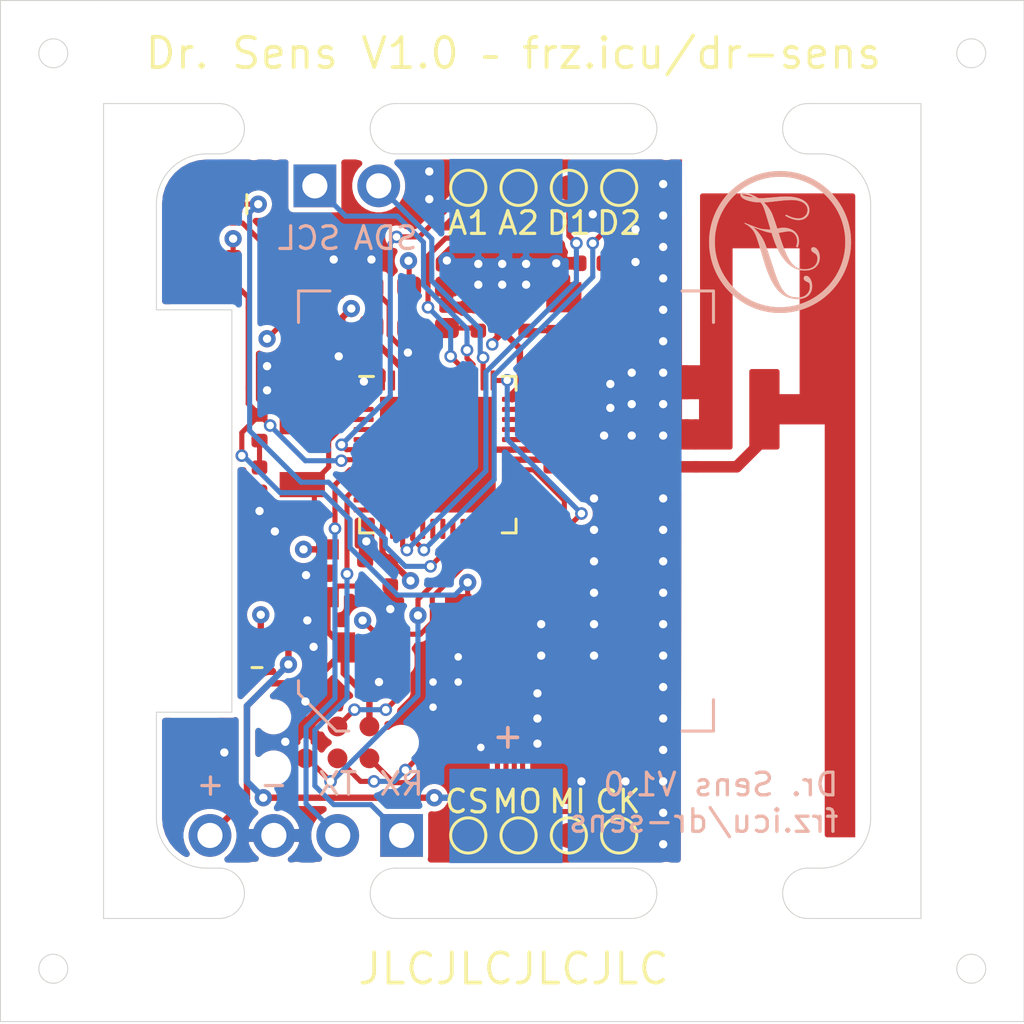
<source format=kicad_pcb>
(kicad_pcb (version 20171130) (host pcbnew "(5.1.8-0-10_14)")
  (layers (0 F.Cu signal) (1 In1.Cu signal) (2 In2.Cu signal) (31 B.Cu signal) (34 B.Paste user) (35 F.Paste user) (36 B.SilkS user) (37 F.SilkS user) (38 B.Mask user) (39 F.Mask user) (44 Edge.Cuts user))
  (net 0 "")
  (net 1 "Net-(AE1-Pad1)")
  (net 2 "Net-(BT1-Pad1)")
  (net 3 GND)
  (net 4 V_SENSE)
  (net 5 "Net-(C2-Pad2)")
  (net 6 "Net-(C3-Pad1)")
  (net 7 VCC)
  (net 8 "Net-(C7-Pad2)")
  (net 9 "Net-(C8-Pad2)")
  (net 10 "Net-(C9-Pad2)")
  (net 11 "Net-(C10-Pad2)")
  (net 12 "Net-(C11-Pad1)")
  (net 13 "Net-(C12-Pad2)")
  (net 14 "Net-(C13-Pad2)")
  (net 15 DISABL_BAT)
  (net 16 SCL)
  (net 17 SDA)
  (net 18 SWDIO)
  (net 19 RESET)
  (net 20 SWDCLK)
  (net 21 SWO)
  (net 22 TX)
  (net 23 RX)
  (net 24 "Net-(U1-Pad4)")
  (net 25 "Net-(U1-Pad5)")
  (net 26 "Net-(U1-Pad11)")
  (net 27 "Net-(U1-Pad12)")
  (net 28 "Net-(U1-Pad14)")
  (net 29 "Net-(U1-Pad22)")
  (net 30 "Net-(U1-Pad23)")
  (net 31 "Net-(U1-Pad44)")
  (net 32 "Net-(U1-Pad47)")
  (net 33 "Net-(U1-Pad42)")
  (net 34 "Net-(U1-Pad9)")
  (net 35 "Net-(TP8-Pad1)")
  (net 36 "Net-(TP7-Pad1)")
  (net 37 LED)
  (net 38 "Net-(TP6-Pad1)")
  (net 39 "Net-(TP5-Pad1)")
  (net 40 "Net-(TP4-Pad1)")
  (net 41 "Net-(TP3-Pad1)")
  (net 42 "Net-(TP2-Pad1)")
  (net 43 "Net-(TP1-Pad1)")
  (net 44 "Net-(D2-Pad2)")
  (net 45 "Net-(U1-Pad41)")
  (net 46 "Net-(U1-Pad19)")
  (net 47 "Net-(U1-Pad18)")
  (net 48 "Net-(U1-Pad17)")
  (net 49 "Net-(J5-Pad1)")
  (net 50 "Net-(L1-Pad2)")
  (net 51 WAKEUP)
  (net 52 "Net-(C15-Pad1)")
  (module Diode_SMD:D_SOD-123 (layer F.Cu) (at 162.4 115.425)
    (fp_text reference D1 hide)
    (fp_text value D)
    (pad 2 smd rect (at 1.65 0) (size 0.9 1.2) (layers F.Cu F.Paste F.Mask) (net 15 DISABL_BAT))
    (pad 1 smd rect (at -1.65 0) (size 0.9 1.2) (layers F.Cu F.Paste F.Mask) (net 7 VCC))
  )
  (module Panelization:mouse-bite-2mm-slot (layer F.Cu) (at 179 125.2 180)
    (fp_text reference mouse-bite-2mm-slot hide)
    (fp_text value VAL** hide)
    (pad "" np_thru_hole circle (at 2.125 0.75 180) (size 0.6 0.6) (drill 0.6) (layers *.Cu *.Mask))
    (pad "" np_thru_hole circle (at 2.125 -0.75 180) (size 0.6 0.6) (drill 0.6) (layers *.Cu *.Mask))
    (pad "" np_thru_hole circle (at 1.275 0.75 180) (size 0.6 0.6) (drill 0.6) (layers *.Cu *.Mask))
    (pad "" np_thru_hole circle (at 1.275 -0.75 180) (size 0.6 0.6) (drill 0.6) (layers *.Cu *.Mask))
    (pad "" np_thru_hole circle (at 0.425 0.75 180) (size 0.6 0.6) (drill 0.6) (layers *.Cu *.Mask))
    (pad "" np_thru_hole circle (at 0.425 -0.75 180) (size 0.6 0.6) (drill 0.6) (layers *.Cu *.Mask))
    (pad "" np_thru_hole circle (at -2.125 0.75 180) (size 0.6 0.6) (drill 0.6) (layers *.Cu *.Mask))
    (pad "" np_thru_hole circle (at -2.125 -0.75 180) (size 0.6 0.6) (drill 0.6) (layers *.Cu *.Mask))
    (pad "" np_thru_hole circle (at -1.275 0.75 180) (size 0.6 0.6) (drill 0.6) (layers *.Cu *.Mask))
    (pad "" np_thru_hole circle (at -1.275 -0.75 180) (size 0.6 0.6) (drill 0.6) (layers *.Cu *.Mask))
    (pad "" np_thru_hole circle (at -0.425 -0.75 180) (size 0.6 0.6) (drill 0.6) (layers *.Cu *.Mask))
    (pad "" np_thru_hole circle (at -0.425 0.75 180) (size 0.6 0.6) (drill 0.6) (layers *.Cu *.Mask))
  )
  (module Panelization:mouse-bite-2mm-slot (layer F.Cu) (at 162.6 125.2 180)
    (fp_text reference mouse-bite-2mm-slot hide)
    (fp_text value VAL** hide)
    (pad "" np_thru_hole circle (at -0.425 0.75 180) (size 0.6 0.6) (drill 0.6) (layers *.Cu *.Mask))
    (pad "" np_thru_hole circle (at -0.425 -0.75 180) (size 0.6 0.6) (drill 0.6) (layers *.Cu *.Mask))
    (pad "" np_thru_hole circle (at -1.275 -0.75 180) (size 0.6 0.6) (drill 0.6) (layers *.Cu *.Mask))
    (pad "" np_thru_hole circle (at -1.275 0.75 180) (size 0.6 0.6) (drill 0.6) (layers *.Cu *.Mask))
    (pad "" np_thru_hole circle (at -2.125 -0.75 180) (size 0.6 0.6) (drill 0.6) (layers *.Cu *.Mask))
    (pad "" np_thru_hole circle (at -2.125 0.75 180) (size 0.6 0.6) (drill 0.6) (layers *.Cu *.Mask))
    (pad "" np_thru_hole circle (at 0.425 -0.75 180) (size 0.6 0.6) (drill 0.6) (layers *.Cu *.Mask))
    (pad "" np_thru_hole circle (at 0.425 0.75 180) (size 0.6 0.6) (drill 0.6) (layers *.Cu *.Mask))
    (pad "" np_thru_hole circle (at 1.275 -0.75 180) (size 0.6 0.6) (drill 0.6) (layers *.Cu *.Mask))
    (pad "" np_thru_hole circle (at 1.275 0.75 180) (size 0.6 0.6) (drill 0.6) (layers *.Cu *.Mask))
    (pad "" np_thru_hole circle (at 2.125 -0.75 180) (size 0.6 0.6) (drill 0.6) (layers *.Cu *.Mask))
    (pad "" np_thru_hole circle (at 2.125 0.75 180) (size 0.6 0.6) (drill 0.6) (layers *.Cu *.Mask))
  )
  (module Panelization:mouse-bite-2mm-slot (layer F.Cu) (at 179 94.8 180)
    (fp_text reference mouse-bite-2mm-slot hide)
    (fp_text value VAL** hide)
    (pad "" np_thru_hole circle (at -0.425 0.75 180) (size 0.6 0.6) (drill 0.6) (layers *.Cu *.Mask))
    (pad "" np_thru_hole circle (at -0.425 -0.75 180) (size 0.6 0.6) (drill 0.6) (layers *.Cu *.Mask))
    (pad "" np_thru_hole circle (at -1.275 -0.75 180) (size 0.6 0.6) (drill 0.6) (layers *.Cu *.Mask))
    (pad "" np_thru_hole circle (at -1.275 0.75 180) (size 0.6 0.6) (drill 0.6) (layers *.Cu *.Mask))
    (pad "" np_thru_hole circle (at -2.125 -0.75 180) (size 0.6 0.6) (drill 0.6) (layers *.Cu *.Mask))
    (pad "" np_thru_hole circle (at -2.125 0.75 180) (size 0.6 0.6) (drill 0.6) (layers *.Cu *.Mask))
    (pad "" np_thru_hole circle (at 0.425 -0.75 180) (size 0.6 0.6) (drill 0.6) (layers *.Cu *.Mask))
    (pad "" np_thru_hole circle (at 0.425 0.75 180) (size 0.6 0.6) (drill 0.6) (layers *.Cu *.Mask))
    (pad "" np_thru_hole circle (at 1.275 -0.75 180) (size 0.6 0.6) (drill 0.6) (layers *.Cu *.Mask))
    (pad "" np_thru_hole circle (at 1.275 0.75 180) (size 0.6 0.6) (drill 0.6) (layers *.Cu *.Mask))
    (pad "" np_thru_hole circle (at 2.125 -0.75 180) (size 0.6 0.6) (drill 0.6) (layers *.Cu *.Mask))
    (pad "" np_thru_hole circle (at 2.125 0.75 180) (size 0.6 0.6) (drill 0.6) (layers *.Cu *.Mask))
  )
  (module Panelization:mouse-bite-2mm-slot (layer F.Cu) (at 162.6 94.8 180)
    (fp_text reference mouse-bite-2mm-slot hide)
    (fp_text value VAL** hide)
    (pad "" np_thru_hole circle (at 2.125 0.75 180) (size 0.6 0.6) (drill 0.6) (layers *.Cu *.Mask))
    (pad "" np_thru_hole circle (at 2.125 -0.75 180) (size 0.6 0.6) (drill 0.6) (layers *.Cu *.Mask))
    (pad "" np_thru_hole circle (at 1.275 0.75 180) (size 0.6 0.6) (drill 0.6) (layers *.Cu *.Mask))
    (pad "" np_thru_hole circle (at 1.275 -0.75 180) (size 0.6 0.6) (drill 0.6) (layers *.Cu *.Mask))
    (pad "" np_thru_hole circle (at 0.425 0.75 180) (size 0.6 0.6) (drill 0.6) (layers *.Cu *.Mask))
    (pad "" np_thru_hole circle (at 0.425 -0.75 180) (size 0.6 0.6) (drill 0.6) (layers *.Cu *.Mask))
    (pad "" np_thru_hole circle (at -2.125 0.75 180) (size 0.6 0.6) (drill 0.6) (layers *.Cu *.Mask))
    (pad "" np_thru_hole circle (at -2.125 -0.75 180) (size 0.6 0.6) (drill 0.6) (layers *.Cu *.Mask))
    (pad "" np_thru_hole circle (at -1.275 0.75 180) (size 0.6 0.6) (drill 0.6) (layers *.Cu *.Mask))
    (pad "" np_thru_hole circle (at -1.275 -0.75 180) (size 0.6 0.6) (drill 0.6) (layers *.Cu *.Mask))
    (pad "" np_thru_hole circle (at -0.425 -0.75 180) (size 0.6 0.6) (drill 0.6) (layers *.Cu *.Mask))
    (pad "" np_thru_hole circle (at -0.425 0.75 180) (size 0.6 0.6) (drill 0.6) (layers *.Cu *.Mask))
  )
  (module Crystal:Crystal_SMD_3215-2Pin_3.2x1.5mm (layer F.Cu) (at 162.4 107.7 90)
    (fp_text reference Y1 hide)
    (fp_text value 32.768kHz)
    (pad 2 smd rect (at -1.25 0 90) (size 1 1.8) (layers F.Cu F.Paste F.Mask) (net 6 "Net-(C3-Pad1)"))
    (pad 1 smd rect (at 1.25 0 90) (size 1 1.8) (layers F.Cu F.Paste F.Mask) (net 5 "Net-(C2-Pad2)"))
  )
  (module Crystal:Crystal_SMD_3225-4Pin_3.2x2.5mm (layer F.Cu) (at 173.9 102.35 180)
    (fp_text reference Y2 hide)
    (fp_text value 32MHz)
    (pad 2 smd rect (at -1.1 -0.85 180) (size 1.4 1.2) (layers F.Cu F.Paste F.Mask) (net 3 GND))
    (pad 3 smd rect (at 1.1 -0.85 180) (size 1.4 1.2) (layers F.Cu F.Paste F.Mask) (net 14 "Net-(C13-Pad2)"))
    (pad 2 smd rect (at 1.1 0.85 180) (size 1.4 1.2) (layers F.Cu F.Paste F.Mask) (net 3 GND))
    (pad 1 smd rect (at -1.1 0.85 180) (size 1.4 1.2) (layers F.Cu F.Paste F.Mask) (net 13 "Net-(C12-Pad2)"))
  )
  (module Logos:Logo_5.6mm (layer B.Cu) (at 181.4 99.3 180)
    (fp_text reference G*** hide)
    (fp_text value LOGO hide)
  )
  (module Connector_Coaxial:U.FL_Hirose_U.FL-R-SMT-1_Vertical (layer F.Cu) (at 174.25 118.25 270)
    (fp_text reference J5 hide)
    (fp_text value U.FL)
    (pad 2 smd rect (at 0.475 -1.475 270) (size 2.2 1.05) (layers F.Cu F.Paste F.Mask) (net 3 GND))
    (pad 1 smd rect (at -1.05 0 270) (size 1.05 1) (layers F.Cu F.Paste F.Mask) (net 49 "Net-(J5-Pad1)"))
    (pad 2 smd rect (at 0.475 1.475 270) (size 2.2 1.05) (layers F.Cu F.Paste F.Mask) (net 3 GND))
  )
  (module Connector:Tag-Connect_TC2030-IDC-NL_2x03_P1.27mm_Vertical (layer F.Cu) (at 163.8 119.2 180)
    (fp_text reference J3 hide)
    (fp_text value TC2030)
    (pad 6 connect circle (at 1.27 -0.635 180) (size 0.7874 0.7874) (layers F.Cu F.Mask) (net 21 SWO))
    (pad 5 connect circle (at 1.27 0.635 180) (size 0.7874 0.7874) (layers F.Cu F.Mask) (net 3 GND))
    (pad 4 connect circle (at 0 -0.635 180) (size 0.7874 0.7874) (layers F.Cu F.Mask) (net 20 SWDCLK))
    (pad 3 connect circle (at 0 0.635 180) (size 0.7874 0.7874) (layers F.Cu F.Mask) (net 19 RESET))
    (pad 2 connect circle (at -1.27 -0.635 180) (size 0.7874 0.7874) (layers F.Cu F.Mask) (net 18 SWDIO))
    (pad 1 connect circle (at -1.27 0.635 180) (size 0.7874 0.7874) (layers F.Cu F.Mask) (net 15 DISABL_BAT))
    (pad "" np_thru_hole circle (at -2.54 0 180) (size 0.9906 0.9906) (drill 0.9906) (layers *.Cu *.Mask))
    (pad "" np_thru_hole circle (at 2.54 1.016 180) (size 0.9906 0.9906) (drill 0.9906) (layers *.Cu *.Mask))
    (pad "" np_thru_hole circle (at 2.54 -1.016 180) (size 0.9906 0.9906) (drill 0.9906) (layers *.Cu *.Mask))
  )
  (module Connector_PinHeader_2.54mm:PinHeader_1x04_P2.54mm_Vertical (layer F.Cu) (at 166.35 122.9 270)
    (fp_text reference J2 hide)
    (fp_text value PWR-SERIAL-CONN)
    (pad 4 thru_hole oval (at 0 7.62 270) (size 1.7 1.7) (drill 1) (layers *.Cu *.Mask) (net 15 DISABL_BAT))
    (pad 3 thru_hole oval (at 0 5.08 270) (size 1.7 1.7) (drill 1) (layers *.Cu *.Mask) (net 3 GND))
    (pad 2 thru_hole oval (at 0 2.54 270) (size 1.7 1.7) (drill 1) (layers *.Cu *.Mask) (net 22 TX))
    (pad 1 thru_hole rect (at 0 0 270) (size 1.7 1.7) (drill 1) (layers *.Cu *.Mask) (net 23 RX))
  )
  (module Connector_PinSocket_2.54mm:PinSocket_1x02_P2.54mm_Vertical (layer F.Cu) (at 162.9 97.07 90)
    (fp_text reference J1 hide)
    (fp_text value I2C-Conn)
    (pad 2 thru_hole oval (at 0 2.54 90) (size 1.7 1.7) (drill 1) (layers *.Cu *.Mask) (net 17 SDA))
    (pad 1 thru_hole rect (at 0 0 90) (size 1.7 1.7) (drill 1) (layers *.Cu *.Mask) (net 16 SCL))
  )
  (module Package_DFN_QFN:QFN-48-1EP_6x6mm_P0.4mm_EP4.6x4.6mm (layer F.Cu) (at 167.79 107.76)
    (fp_text reference U1 hide)
    (fp_text value nRF52832-QFxx)
    (pad 49 smd rect (at 0 0) (size 4.6 4.6) (layers F.Cu F.Mask) (net 3 GND))
    (pad 48 smd roundrect (at -2.2 -2.95) (size 0.2 0.8) (layers F.Cu F.Paste F.Mask) (net 7 VCC))
    (pad 47 smd roundrect (at -1.8 -2.95) (size 0.2 0.8) (layers F.Cu F.Paste F.Mask) (net 32 "Net-(U1-Pad47)"))
    (pad 46 smd roundrect (at -1.4 -2.95) (size 0.2 0.8) (layers F.Cu F.Paste F.Mask) (net 8 "Net-(C7-Pad2)"))
    (pad 45 smd roundrect (at -1 -2.95) (size 0.2 0.8) (layers F.Cu F.Paste F.Mask) (net 3 GND))
    (pad 44 smd roundrect (at -0.6 -2.95) (size 0.2 0.8) (layers F.Cu F.Paste F.Mask) (net 31 "Net-(U1-Pad44)"))
    (pad 43 smd roundrect (at -0.2 -2.95) (size 0.2 0.8) (layers F.Cu F.Paste F.Mask) (net 4 V_SENSE))
    (pad 42 smd roundrect (at 0.2 -2.95) (size 0.2 0.8) (layers F.Cu F.Paste F.Mask) (net 33 "Net-(U1-Pad42)"))
    (pad 41 smd roundrect (at 0.6 -2.95) (size 0.2 0.8) (layers F.Cu F.Paste F.Mask) (net 45 "Net-(U1-Pad41)"))
    (pad 40 smd roundrect (at 1 -2.95) (size 0.2 0.8) (layers F.Cu F.Paste F.Mask) (net 36 "Net-(TP7-Pad1)"))
    (pad 39 smd roundrect (at 1.4 -2.95) (size 0.2 0.8) (layers F.Cu F.Paste F.Mask) (net 16 SCL))
    (pad 38 smd roundrect (at 1.8 -2.95) (size 0.2 0.8) (layers F.Cu F.Paste F.Mask) (net 17 SDA))
    (pad 37 smd roundrect (at 2.2 -2.95) (size 0.2 0.8) (layers F.Cu F.Paste F.Mask) (net 35 "Net-(TP8-Pad1)"))
    (pad 36 smd roundrect (at 2.95 -2.2) (size 0.8 0.2) (layers F.Cu F.Paste F.Mask) (net 7 VCC))
    (pad 35 smd roundrect (at 2.95 -1.8) (size 0.8 0.2) (layers F.Cu F.Paste F.Mask) (net 14 "Net-(C13-Pad2)"))
    (pad 34 smd roundrect (at 2.95 -1.4) (size 0.8 0.2) (layers F.Cu F.Paste F.Mask) (net 13 "Net-(C12-Pad2)"))
    (pad 33 smd roundrect (at 2.95 -1) (size 0.8 0.2) (layers F.Cu F.Paste F.Mask) (net 9 "Net-(C8-Pad2)"))
    (pad 32 smd roundrect (at 2.95 -0.6) (size 0.8 0.2) (layers F.Cu F.Paste F.Mask) (net 10 "Net-(C9-Pad2)"))
    (pad 31 smd roundrect (at 2.95 -0.2) (size 0.8 0.2) (layers F.Cu F.Paste F.Mask) (net 3 GND))
    (pad 30 smd roundrect (at 2.95 0.2) (size 0.8 0.2) (layers F.Cu F.Paste F.Mask) (net 12 "Net-(C11-Pad1)"))
    (pad 29 smd roundrect (at 2.95 0.6) (size 0.8 0.2) (layers F.Cu F.Paste F.Mask) (net 38 "Net-(TP6-Pad1)"))
    (pad 28 smd roundrect (at 2.95 1) (size 0.8 0.2) (layers F.Cu F.Paste F.Mask) (net 39 "Net-(TP5-Pad1)"))
    (pad 27 smd roundrect (at 2.95 1.4) (size 0.8 0.2) (layers F.Cu F.Paste F.Mask) (net 40 "Net-(TP4-Pad1)"))
    (pad 26 smd roundrect (at 2.95 1.8) (size 0.8 0.2) (layers F.Cu F.Paste F.Mask) (net 18 SWDIO))
    (pad 25 smd roundrect (at 2.95 2.2) (size 0.8 0.2) (layers F.Cu F.Paste F.Mask) (net 20 SWDCLK))
    (pad 24 smd roundrect (at 2.2 2.95) (size 0.2 0.8) (layers F.Cu F.Paste F.Mask) (net 19 RESET))
    (pad 23 smd roundrect (at 1.8 2.95) (size 0.2 0.8) (layers F.Cu F.Paste F.Mask) (net 30 "Net-(U1-Pad23)"))
    (pad 22 smd roundrect (at 1.4 2.95) (size 0.2 0.8) (layers F.Cu F.Paste F.Mask) (net 29 "Net-(U1-Pad22)"))
    (pad 21 smd roundrect (at 1 2.95) (size 0.2 0.8) (layers F.Cu F.Paste F.Mask) (net 21 SWO))
    (pad 20 smd roundrect (at 0.6 2.95) (size 0.2 0.8) (layers F.Cu F.Paste F.Mask) (net 37 LED))
    (pad 19 smd roundrect (at 0.2 2.95) (size 0.2 0.8) (layers F.Cu F.Paste F.Mask) (net 46 "Net-(U1-Pad19)"))
    (pad 18 smd roundrect (at -0.2 2.95) (size 0.2 0.8) (layers F.Cu F.Paste F.Mask) (net 47 "Net-(U1-Pad18)"))
    (pad 17 smd roundrect (at -0.6 2.95) (size 0.2 0.8) (layers F.Cu F.Paste F.Mask) (net 48 "Net-(U1-Pad17)"))
    (pad 16 smd roundrect (at -1 2.95) (size 0.2 0.8) (layers F.Cu F.Paste F.Mask) (net 41 "Net-(TP3-Pad1)"))
    (pad 15 smd roundrect (at -1.4 2.95) (size 0.2 0.8) (layers F.Cu F.Paste F.Mask) (net 42 "Net-(TP2-Pad1)"))
    (pad 14 smd roundrect (at -1.8 2.95) (size 0.2 0.8) (layers F.Cu F.Paste F.Mask) (net 28 "Net-(U1-Pad14)"))
    (pad 13 smd roundrect (at -2.2 2.95) (size 0.2 0.8) (layers F.Cu F.Paste F.Mask) (net 7 VCC))
    (pad 12 smd roundrect (at -2.95 2.2) (size 0.8 0.2) (layers F.Cu F.Paste F.Mask) (net 27 "Net-(U1-Pad12)"))
    (pad 11 smd roundrect (at -2.95 1.8) (size 0.8 0.2) (layers F.Cu F.Paste F.Mask) (net 26 "Net-(U1-Pad11)"))
    (pad 10 smd roundrect (at -2.95 1.4) (size 0.8 0.2) (layers F.Cu F.Paste F.Mask) (net 23 RX))
    (pad 9 smd roundrect (at -2.95 1) (size 0.8 0.2) (layers F.Cu F.Paste F.Mask) (net 34 "Net-(U1-Pad9)"))
    (pad 8 smd roundrect (at -2.95 0.6) (size 0.8 0.2) (layers F.Cu F.Paste F.Mask) (net 22 TX))
    (pad 7 smd roundrect (at -2.95 0.2) (size 0.8 0.2) (layers F.Cu F.Paste F.Mask) (net 51 WAKEUP))
    (pad 6 smd roundrect (at -2.95 -0.2) (size 0.8 0.2) (layers F.Cu F.Paste F.Mask) (net 43 "Net-(TP1-Pad1)"))
    (pad 5 smd roundrect (at -2.95 -0.6) (size 0.8 0.2) (layers F.Cu F.Paste F.Mask) (net 25 "Net-(U1-Pad5)"))
    (pad 4 smd roundrect (at -2.95 -1) (size 0.8 0.2) (layers F.Cu F.Paste F.Mask) (net 24 "Net-(U1-Pad4)"))
    (pad 3 smd roundrect (at -2.95 -1.4) (size 0.8 0.2) (layers F.Cu F.Paste F.Mask) (net 6 "Net-(C3-Pad1)"))
    (pad 2 smd roundrect (at -2.95 -1.8) (size 0.8 0.2) (layers F.Cu F.Paste F.Mask) (net 5 "Net-(C2-Pad2)"))
    (pad 1 smd roundrect (at -2.95 -2.2) (size 0.8 0.2) (layers F.Cu F.Paste F.Mask) (net 11 "Net-(C10-Pad2)"))
  )
  (module LED_SMD:LED_0603_1608Metric (layer F.Cu) (at 158.8 97.8 180)
    (fp_text reference D2 hide)
    (fp_text value "LED PINK")
    (pad 2 smd roundrect (at 0.7875 0 180) (size 0.875 0.95) (layers F.Cu F.Paste F.Mask) (net 44 "Net-(D2-Pad2)"))
    (pad 1 smd roundrect (at -0.7875 0 180) (size 0.875 0.95) (layers F.Cu F.Paste F.Mask) (net 37 LED))
  )
  (module TestPoint:TestPoint_Pad_D1.0mm (layer F.Cu) (at 171 122.9)
    (fp_text reference TP5 hide)
    (fp_text value MOSI)
    (pad 1 smd circle (at 0 0) (size 1 1) (layers F.Cu F.Mask) (net 39 "Net-(TP5-Pad1)"))
  )
  (module TestPoint:TestPoint_Pad_D1.0mm (layer F.Cu) (at 173 122.9)
    (fp_text reference TP6 hide)
    (fp_text value MISO)
    (pad 1 smd circle (at 0 0) (size 1 1) (layers F.Cu F.Mask) (net 38 "Net-(TP6-Pad1)"))
  )
  (module TestPoint:TestPoint_Pad_D1.0mm (layer F.Cu) (at 175 122.9)
    (fp_text reference TP8 hide)
    (fp_text value SCK)
    (pad 1 smd circle (at 0 0) (size 1 1) (layers F.Cu F.Mask) (net 35 "Net-(TP8-Pad1)"))
  )
  (module Resistor_SMD:R_0603_1608Metric (layer F.Cu) (at 168.15 101.9 90)
    (fp_text reference R4 hide)
    (fp_text value 10MΩ)
    (pad 2 smd roundrect (at 0.825 0 90) (size 0.8 0.95) (layers F.Cu F.Paste F.Mask) (net 3 GND))
    (pad 1 smd roundrect (at -0.825 0 90) (size 0.8 0.95) (layers F.Cu F.Paste F.Mask) (net 4 V_SENSE))
  )
  (module Resistor_SMD:R_0603_1608Metric (layer F.Cu) (at 166.65 101.9 270)
    (fp_text reference R3 hide)
    (fp_text value 4.7MΩ)
    (pad 2 smd roundrect (at 0.825 0 270) (size 0.8 0.95) (layers F.Cu F.Paste F.Mask) (net 4 V_SENSE))
    (pad 1 smd roundrect (at -0.825 0 270) (size 0.8 0.95) (layers F.Cu F.Paste F.Mask) (net 7 VCC))
  )
  (module Resistor_SMD:R_0402_1005Metric (layer F.Cu) (at 164.9 112.475 90)
    (fp_text reference R2 hide)
    (fp_text value 100kΩ)
    (pad 2 smd roundrect (at 0.51 0 90) (size 0.54 0.64) (layers F.Cu F.Paste F.Mask) (net 3 GND))
    (pad 1 smd roundrect (at -0.51 0 90) (size 0.54 0.64) (layers F.Cu F.Paste F.Mask) (net 15 DISABL_BAT))
  )
  (module Package_TO_SOT_SMD:SOT-23 (layer F.Cu) (at 162.4 112.475 180)
    (fp_text reference Q1 hide)
    (fp_text value AO3401A)
    (pad 3 smd rect (at 1 0 180) (size 0.9 0.8) (layers F.Cu F.Paste F.Mask) (net 2 "Net-(BT1-Pad1)"))
    (pad 2 smd rect (at -1 0.95 180) (size 0.9 0.8) (layers F.Cu F.Paste F.Mask) (net 7 VCC))
    (pad 1 smd rect (at -1 -0.95 180) (size 0.9 0.8) (layers F.Cu F.Paste F.Mask) (net 15 DISABL_BAT))
  )
  (module Inductor_SMD:L_0402_1005Metric (layer F.Cu) (at 173.8 108.24)
    (fp_text reference L1 hide)
    (fp_text value 3.9nH)
    (pad 2 smd roundrect (at 0.485 0) (size 0.59 0.64) (layers F.Cu F.Paste F.Mask) (net 50 "Net-(L1-Pad2)"))
    (pad 1 smd roundrect (at -0.485 0) (size 0.59 0.64) (layers F.Cu F.Paste F.Mask) (net 12 "Net-(C11-Pad1)"))
  )
  (module Capacitor_SMD:C_0402_1005Metric (layer F.Cu) (at 171.3 102.35 270)
    (fp_text reference C13 hide)
    (fp_text value 16pF)
    (pad 2 smd roundrect (at 0.48 0 270) (size 0.56 0.62) (layers F.Cu F.Paste F.Mask) (net 14 "Net-(C13-Pad2)"))
    (pad 1 smd roundrect (at -0.48 0 270) (size 0.56 0.62) (layers F.Cu F.Paste F.Mask) (net 3 GND))
  )
  (module Capacitor_SMD:C_0402_1005Metric (layer F.Cu) (at 173.9 100.15)
    (fp_text reference C12 hide)
    (fp_text value 16pF)
    (pad 2 smd roundrect (at 0.48 0) (size 0.56 0.62) (layers F.Cu F.Paste F.Mask) (net 13 "Net-(C12-Pad2)"))
    (pad 1 smd roundrect (at -0.48 0) (size 0.56 0.62) (layers F.Cu F.Paste F.Mask) (net 3 GND))
  )
  (module Capacitor_SMD:C_0402_1005Metric (layer F.Cu) (at 172.3 107.75 90)
    (fp_text reference C11 hide)
    (fp_text value 0.8pF)
    (pad 2 smd roundrect (at 0.48 0 90) (size 0.56 0.62) (layers F.Cu F.Paste F.Mask) (net 3 GND))
    (pad 1 smd roundrect (at -0.48 0 90) (size 0.56 0.62) (layers F.Cu F.Paste F.Mask) (net 12 "Net-(C11-Pad1)"))
  )
  (module Capacitor_SMD:C_0402_1005Metric (layer F.Cu) (at 162.4 104.24)
    (fp_text reference C10 hide)
    (fp_text value 100nF)
    (pad 2 smd roundrect (at 0.48 0) (size 0.56 0.62) (layers F.Cu F.Paste F.Mask) (net 11 "Net-(C10-Pad2)"))
    (pad 1 smd roundrect (at -0.48 0) (size 0.56 0.62) (layers F.Cu F.Paste F.Mask) (net 3 GND))
  )
  (module Capacitor_SMD:C_0402_1005Metric (layer F.Cu) (at 173.25 105.9 180)
    (fp_text reference C9 hide)
    (fp_text value DNP)
    (pad 2 smd roundrect (at 0.48 0 180) (size 0.56 0.62) (layers F.Cu F.Paste F.Mask) (net 10 "Net-(C9-Pad2)"))
    (pad 1 smd roundrect (at -0.48 0 180) (size 0.56 0.62) (layers F.Cu F.Paste F.Mask) (net 3 GND))
  )
  (module Capacitor_SMD:C_0402_1005Metric (layer F.Cu) (at 173.25 104.95 180)
    (fp_text reference C8 hide)
    (fp_text value 100pF)
    (pad 2 smd roundrect (at 0.48 0 180) (size 0.56 0.62) (layers F.Cu F.Paste F.Mask) (net 9 "Net-(C8-Pad2)"))
    (pad 1 smd roundrect (at -0.48 0 180) (size 0.56 0.62) (layers F.Cu F.Paste F.Mask) (net 3 GND))
  )
  (module Capacitor_SMD:C_0603_1608Metric (layer F.Cu) (at 165.15 101.9 270)
    (fp_text reference C7 hide)
    (fp_text value 1.0µF)
    (pad 2 smd roundrect (at 0.775 0 270) (size 0.9 0.95) (layers F.Cu F.Paste F.Mask) (net 8 "Net-(C7-Pad2)"))
    (pad 1 smd roundrect (at -0.775 0 270) (size 0.9 0.95) (layers F.Cu F.Paste F.Mask) (net 3 GND))
  )
  (module Capacitor_SMD:C_0603_1608Metric (layer F.Cu) (at 163.65 101.9 90)
    (fp_text reference C6 hide)
    (fp_text value 4.7µF)
    (pad 2 smd roundrect (at 0.775 0 90) (size 0.9 0.95) (layers F.Cu F.Paste F.Mask) (net 3 GND))
    (pad 1 smd roundrect (at -0.775 0 90) (size 0.9 0.95) (layers F.Cu F.Paste F.Mask) (net 7 VCC))
  )
  (module Capacitor_SMD:C_0402_1005Metric (layer F.Cu) (at 170.35 102.35 90)
    (fp_text reference C5 hide)
    (fp_text value 100nF)
    (pad 2 smd roundrect (at 0.48 0 90) (size 0.56 0.62) (layers F.Cu F.Paste F.Mask) (net 3 GND))
    (pad 1 smd roundrect (at -0.48 0 90) (size 0.56 0.62) (layers F.Cu F.Paste F.Mask) (net 7 VCC))
  )
  (module Capacitor_SMD:C_0402_1005Metric (layer F.Cu) (at 165.9 112.475 270)
    (fp_text reference C4 hide)
    (fp_text value 100nF)
    (pad 2 smd roundrect (at 0.48 0 270) (size 0.56 0.62) (layers F.Cu F.Paste F.Mask) (net 3 GND))
    (pad 1 smd roundrect (at -0.48 0 270) (size 0.56 0.62) (layers F.Cu F.Paste F.Mask) (net 7 VCC))
  )
  (module Capacitor_SMD:C_0402_1005Metric (layer F.Cu) (at 162.4 110.2 180)
    (fp_text reference C3 hide)
    (fp_text value 16pF)
    (pad 2 smd roundrect (at 0.48 0 180) (size 0.56 0.62) (layers F.Cu F.Paste F.Mask) (net 3 GND))
    (pad 1 smd roundrect (at -0.48 0 180) (size 0.56 0.62) (layers F.Cu F.Paste F.Mask) (net 6 "Net-(C3-Pad1)"))
  )
  (module Capacitor_SMD:C_0402_1005Metric (layer F.Cu) (at 162.4 105.2)
    (fp_text reference C2 hide)
    (fp_text value 16pF)
    (pad 2 smd roundrect (at 0.48 0) (size 0.56 0.62) (layers F.Cu F.Paste F.Mask) (net 5 "Net-(C2-Pad2)"))
    (pad 1 smd roundrect (at -0.48 0) (size 0.56 0.62) (layers F.Cu F.Paste F.Mask) (net 3 GND))
  )
  (module Capacitor_SMD:C_0402_1005Metric (layer F.Cu) (at 169.4 102.35 270)
    (fp_text reference C1 hide)
    (fp_text value 10nF)
    (pad 2 smd roundrect (at 0.48 0 270) (size 0.56 0.62) (layers F.Cu F.Paste F.Mask) (net 4 V_SENSE))
    (pad 1 smd roundrect (at -0.48 0 270) (size 0.56 0.62) (layers F.Cu F.Paste F.Mask) (net 3 GND))
  )
  (module Resistor_SMD:R_0603_1608Metric (layer F.Cu) (at 162.15 101.9 90)
    (fp_text reference R5 hide)
    (fp_text value 1kΩ)
    (pad 2 smd roundrect (at 0.825 0 90) (size 0.8 0.95) (layers F.Cu F.Paste F.Mask) (net 44 "Net-(D2-Pad2)"))
    (pad 1 smd roundrect (at -0.825 0 90) (size 0.8 0.95) (layers F.Cu F.Paste F.Mask) (net 7 VCC))
  )
  (module TestPoint:TestPoint_Pad_D1.0mm (layer F.Cu) (at 169 97.15)
    (fp_text reference TP1 hide)
    (fp_text value A1)
    (pad 1 smd circle (at 0 0) (size 1 1) (layers F.Cu F.Mask) (net 43 "Net-(TP1-Pad1)"))
  )
  (module TestPoint:TestPoint_Pad_D1.0mm (layer F.Cu) (at 173 97.15)
    (fp_text reference TP2 hide)
    (fp_text value D1)
    (pad 1 smd circle (at 0 0) (size 1 1) (layers F.Cu F.Mask) (net 42 "Net-(TP2-Pad1)"))
  )
  (module TestPoint:TestPoint_Pad_D1.0mm (layer F.Cu) (at 175 97.15)
    (fp_text reference TP3 hide)
    (fp_text value D2)
    (pad 1 smd circle (at 0 0) (size 1 1) (layers F.Cu F.Mask) (net 41 "Net-(TP3-Pad1)"))
  )
  (module TestPoint:TestPoint_Pad_D1.0mm (layer F.Cu) (at 169 122.9)
    (fp_text reference TP4 hide)
    (fp_text value CS)
    (pad 1 smd circle (at 0 0) (size 1 1) (layers F.Cu F.Mask) (net 40 "Net-(TP4-Pad1)"))
  )
  (module TestPoint:TestPoint_Pad_D1.0mm (layer F.Cu) (at 171 97.15)
    (fp_text reference TP7 hide)
    (fp_text value A2)
    (pad 1 smd circle (at 0 0) (size 1 1) (layers F.Cu F.Mask) (net 36 "Net-(TP7-Pad1)"))
  )
  (module Battery:BatteryHolder_MYOUNG_BS-16-B4AK003 (layer B.Cu) (at 170.5 110 90)
    (fp_text reference BT1 hide)
    (fp_text value Battery_Cell)
    (fp_text user + (at -9 0 90) (layer B.SilkS) (effects (justify mirror)))
    (pad 2 smd rect (at 12.125 0 90) (size 3.75 4.5) (layers B.Cu B.Paste B.Mask) (net 3 GND))
    (pad 1 smd rect (at -12.125 0 90) (size 3.75 4.5) (layers B.Cu B.Paste B.Mask) (net 2 "Net-(BT1-Pad1)"))
  )
  (module Capacitor_SMD:C_0402_1005Metric (layer F.Cu) (at 165.9 115.95)
    (fp_text reference C14 hide)
    (fp_text value DNP)
    (pad 2 smd roundrect (at 0.48 0) (size 0.56 0.62) (layers F.Cu F.Paste F.Mask) (net 19 RESET))
    (pad 1 smd roundrect (at -0.48 0) (size 0.56 0.62) (layers F.Cu F.Paste F.Mask) (net 3 GND))
  )
  (module Resistor_SMD:R_0402_1005Metric (layer F.Cu) (at 175.64 108.24 180)
    (fp_text reference R6 hide)
    (fp_text value 0Ω)
    (pad 2 smd roundrect (at 0.51 0 180) (size 0.54 0.64) (layers F.Cu F.Paste F.Mask) (net 50 "Net-(L1-Pad2)"))
    (pad 1 smd roundrect (at -0.51 0 180) (size 0.54 0.64) (layers F.Cu F.Paste F.Mask) (net 1 "Net-(AE1-Pad1)"))
  )
  (module Resistor_SMD:R_0402_1005Metric (layer F.Cu) (at 175.13 108.75 270)
    (fp_text reference R7 hide)
    (fp_text value DNP)
    (pad 2 smd roundrect (at 0.51 0 270) (size 0.54 0.64) (layers F.Cu F.Paste F.Mask) (net 49 "Net-(J5-Pad1)"))
    (pad 1 smd roundrect (at -0.51 0 270) (size 0.54 0.64) (layers F.Cu F.Paste F.Mask) (net 50 "Net-(L1-Pad2)"))
  )
  (module RF_Antenna:Texas_SWRR034C_2.4GHz_Right (layer F.Cu) (at 185 110 270)
    (fp_text reference AE1 hide)
    (fp_text value Antenna_Shield)
    (fp_line (start -1.7575 5.32949) (end -2.61094 4.47605) (layer F.Cu) (width 0.4572))
    (fp_line (start -1.7575 6.985) (end -1.7575 5.32949) (layer F.Cu) (width 0.4572))
    (fp_poly (pts (xy -5.6945 6.68331) (xy -12.5271 6.68331) (xy -12.5271 0.714309) (xy 12.8729 0.714309) (xy 12.8729 1.72523) (xy -3.54566 1.72523) (xy -3.54566 3.72421) (xy -2.5449 3.72421) (xy -2.5449 4.72497) (xy -5.54464 4.72497) (xy -5.54464 3.72421) (xy -4.54643 3.72421) (xy -4.54643 2.72345) (xy -10.5459 2.72345) (xy -10.5459 5.59111) (xy -2.5449 5.59111) (xy -2.5449 6.985) (xy -3.54566 6.985) (xy -3.54566 6.72395) (xy -4.54643 6.72395) (xy -4.54643 6.985) (xy -5.6945 6.985)) (layer F.Cu) (width 0.2032))
    (pad 2 smd rect (at -3.048 7.493 270) (size 1.20396 0.5) (layers F.Cu) (net 3 GND))
    (pad 2 smd rect (at -5.12047 7.239 270) (size 1.35128 0.5) (layers F.Cu) (net 3 GND))
    (pad 1 smd rect (at -1.7575 7.34371 270) (size 0.4572 1) (layers F.Cu) (net 1 "Net-(AE1-Pad1)"))
    (pad 1 smd rect (at -1.7575 7.85171 270) (size 0.4572 0.4572) (layers F.Cu) (net 1 "Net-(AE1-Pad1)"))
    (pad 2 smd rect (at -5.12047 7.493 270) (size 1.35128 0.5) (layers F.Cu) (net 3 GND))
    (pad 2 smd rect (at -3.04528 7.15716 270) (size 1.20396 0.5) (layers F.Cu) (net 3 GND))
  )
  (module Capacitor_SMD:C_0402_1005Metric (layer F.Cu) (at 160.7 108.75 270)
    (fp_text reference C15 hide)
    (fp_text value 100nF)
    (pad 2 smd roundrect (at 0.48 0 270) (size 0.56 0.62) (layers F.Cu F.Paste F.Mask) (net 3 GND))
    (pad 1 smd roundrect (at -0.48 0 270) (size 0.56 0.62) (layers F.Cu F.Paste F.Mask) (net 52 "Net-(C15-Pad1)"))
  )
  (module Resistor_SMD:R_0402_1005Metric (layer F.Cu) (at 159.65 100.4 90)
    (fp_text reference R8 hide)
    (fp_text value 1MΩ)
    (pad 2 smd roundrect (at 0.51 0 90) (size 0.54 0.64) (layers F.Cu F.Paste F.Mask) (net 7 VCC))
    (pad 1 smd roundrect (at -0.51 0 90) (size 0.54 0.64) (layers F.Cu F.Paste F.Mask) (net 51 WAKEUP))
  )
  (module Button_Switch_SMD:SW_SPST_REED_14.2mm (layer F.Cu) (at 158.1 110 90)
    (fp_text reference SW1 hide)
    (fp_text value SW_Reed)
    (pad 2 smd rect (at -9.6 0 90) (size 2.5 1.3) (layers F.Cu F.Paste F.Mask) (net 3 GND))
    (pad 1 smd rect (at 9.6 0 90) (size 2.5 1.3) (layers F.Cu F.Paste F.Mask) (net 51 WAKEUP))
  )
  (module Resistor_SMD:R_0402_1005Metric (layer F.Cu) (at 160.7 106.69 90)
    (fp_text reference R9 hide)
    (fp_text value 1kΩ)
    (pad 2 smd roundrect (at 0.51 0 90) (size 0.54 0.64) (layers F.Cu F.Paste F.Mask) (net 51 WAKEUP))
    (pad 1 smd roundrect (at -0.51 0 90) (size 0.54 0.64) (layers F.Cu F.Paste F.Mask) (net 52 "Net-(C15-Pad1)"))
  )
  (module Button_Switch_SMD:SW_DIP_SPSTx01_Push_TSA343G00-250J2 (layer F.Cu) (at 170.8 114.3 180)
    (fp_text reference SW2 hide)
    (fp_text value SW_SPST)
    (pad 1 smd rect (at 2.2 0 180) (size 1.05 2) (layers F.Cu F.Paste F.Mask) (net 51 WAKEUP))
    (pad 2 smd rect (at -2.2 0) (size 1.05 2) (layers F.Cu F.Paste F.Mask) (net 3 GND))
  )
  (module Resistor_SMD:R_0402_1005Metric (layer F.Cu) (at 165.9 114.95 180)
    (fp_text reference R1 hide)
    (fp_text value 10kΩ)
    (pad 1 smd roundrect (at -0.51 0 180) (size 0.54 0.64) (layers F.Cu F.Paste F.Mask) (net 19 RESET))
    (pad 2 smd roundrect (at 0.51 0 180) (size 0.54 0.64) (layers F.Cu F.Paste F.Mask) (net 7 VCC))
  )
  (gr_text "Dr. Sens V1.0 – frz.icu/dr-sens" (at 170.8 91.8) (layer F.SilkS) (effects (font (size 1.2 1.2))))
  (gr_text JLCJLCJLCJLC (at 170.8 128.2) (layer F.SilkS) (effects (font (size 1.2 1.2))))
  (gr_circle (center 152.5 128.2) (end 152.5 128.776) (layer Edge.Cuts) (width 0.0381))
  (gr_circle (center 152.5 91.8) (end 151.924 91.8) (layer Edge.Cuts) (width 0.0381))
  (gr_circle (center 189 91.8) (end 189 91.224) (layer Edge.Cuts) (width 0.0381))
  (gr_circle (center 189 128.2) (end 189.576 128.2) (layer Edge.Cuts) (width 0.0381))
  (gr_line (start 175.5 93.8) (end 166.1 93.8) (layer Edge.Cuts) (width 0.0381))
  (gr_line (start 191.1 130.3) (end 191.1 89.7) (layer Edge.Cuts) (width 0.0381))
  (gr_line (start 187 130.3) (end 191.1 130.3) (layer Edge.Cuts) (width 0.0381))
  (gr_line (start 150.4 130.3) (end 187 130.3) (layer Edge.Cuts) (width 0.0381))
  (gr_line (start 150.4 126.2) (end 150.4 130.3) (layer Edge.Cuts) (width 0.0381))
  (gr_line (start 150.4 89.7) (end 150.4 126.2) (layer Edge.Cuts) (width 0.0381))
  (gr_line (start 154.5 89.7) (end 150.4 89.7) (layer Edge.Cuts) (width 0.0381))
  (gr_line (start 191.1 89.7) (end 154.5 89.7) (layer Edge.Cuts) (width 0.0381))
  (gr_line (start 187 93.8) (end 182.5 93.8) (layer Edge.Cuts) (width 0.0381))
  (gr_line (start 187 126.2) (end 187 93.8) (layer Edge.Cuts) (width 0.0381))
  (gr_line (start 182.5 126.2) (end 187 126.2) (layer Edge.Cuts) (width 0.0381))
  (gr_line (start 166.1 126.2) (end 175.5 126.2) (layer Edge.Cuts) (width 0.0381))
  (gr_line (start 154.5 126.2) (end 159.1 126.2) (layer Edge.Cuts) (width 0.0381))
  (gr_line (start 154.5 93.8) (end 154.5 126.2) (layer Edge.Cuts) (width 0.0381))
  (gr_line (start 159.1 93.8) (end 154.5 93.8) (layer Edge.Cuts) (width 0.0381))
  (gr_line (start 159.1 95.8) (end 158.6 95.8) (layer Edge.Cuts) (width 0.0381))
  (gr_line (start 166.1 95.8) (end 175.5 95.8) (layer Edge.Cuts) (width 0.0381))
  (gr_line (start 182.5 95.8) (end 183 95.8) (layer Edge.Cuts) (width 0.0381))
  (gr_line (start 182.5 124.2) (end 183 124.2) (layer Edge.Cuts) (width 0.0381))
  (gr_line (start 166.1 124.2) (end 175.5 124.2) (layer Edge.Cuts) (width 0.0381))
  (gr_line (start 159.1 124.2) (end 158.6 124.2) (layer Edge.Cuts) (width 0.0381))
  (gr_arc (start 159.1 125.2) (end 159.1 126.2) (angle -180) (layer Edge.Cuts) (width 0.0381))
  (gr_arc (start 166.1 125.2) (end 166.1 124.2) (angle -180) (layer Edge.Cuts) (width 0.0381))
  (gr_arc (start 175.5 125.2) (end 175.5 126.2) (angle -180) (layer Edge.Cuts) (width 0.0381))
  (gr_arc (start 182.5 125.2) (end 182.5 124.2) (angle -180) (layer Edge.Cuts) (width 0.0381))
  (gr_arc (start 182.5 94.8) (end 182.5 93.8) (angle -180) (layer Edge.Cuts) (width 0.0381))
  (gr_arc (start 175.5 94.8) (end 175.5 95.8) (angle -180) (layer Edge.Cuts) (width 0.0381))
  (gr_arc (start 166.1 94.8) (end 166.1 93.8) (angle -180) (layer Edge.Cuts) (width 0.0381))
  (gr_arc (start 159.1 94.8) (end 159.1 95.8) (angle -180) (layer Edge.Cuts) (width 0.0381))
  (gr_text "Dr. Sens V1.0 \nfrz.icu/dr-sens" (at 183.8 121.6) (layer B.SilkS) (effects (font (size 0.9 0.9) (thickness 0.13)) (justify left mirror)))
  (gr_text - (at 161.27 120.85) (layer B.SilkS) (effects (font (size 0.9 0.9) (thickness 0.13)) (justify mirror)))
  (gr_text + (at 158.75 120.85) (layer B.SilkS) (effects (font (size 0.9 0.9) (thickness 0.13)) (justify mirror)))
  (gr_text TX (at 163.81 120.85) (layer B.SilkS) (effects (font (size 0.9 0.9) (thickness 0.13)) (justify mirror)))
  (gr_text RX (at 166.35 120.85) (layer B.SilkS) (effects (font (size 0.9 0.9) (thickness 0.13)) (justify mirror)))
  (gr_text SDA (at 165.715 99.15) (layer B.SilkS) (effects (font (size 0.9 0.9) (thickness 0.13)) (justify mirror)))
  (gr_text SCL (at 162.667 99.15) (layer B.SilkS) (effects (font (size 0.9 0.9) (thickness 0.13)) (justify mirror)))
  (gr_text CS (at 168.95 121.55) (layer F.SilkS) (effects (font (size 0.9 0.9) (thickness 0.13))))
  (gr_text MO (at 170.95 121.55) (layer F.SilkS) (effects (font (size 0.9 0.9) (thickness 0.13))))
  (gr_text MI (at 172.95 121.55) (layer F.SilkS) (effects (font (size 0.9 0.9) (thickness 0.13))))
  (gr_text CK (at 174.95 121.55) (layer F.SilkS) (effects (font (size 0.9 0.9) (thickness 0.13))))
  (gr_text A1 (at 169 98.55) (layer F.SilkS) (effects (font (size 0.9 0.9) (thickness 0.13))))
  (gr_text A2 (at 171 98.55) (layer F.SilkS) (effects (font (size 0.9 0.9) (thickness 0.13))))
  (gr_text D1 (at 173 98.55) (layer F.SilkS) (effects (font (size 0.9 0.9) (thickness 0.13))))
  (gr_text D2 (at 175 98.55) (layer F.SilkS) (effects (font (size 0.9 0.9) (thickness 0.13))))
  (gr_arc (start 158.6 97.8) (end 158.6 95.8) (angle -90) (layer Edge.Cuts) (width 0.0381))
  (gr_arc (start 158.6 122.2) (end 156.6 122.2) (angle -90) (layer Edge.Cuts) (width 0.0381))
  (gr_arc (start 183 122.2) (end 183 124.2) (angle -90) (layer Edge.Cuts) (width 0.0381))
  (gr_arc (start 183 97.8) (end 185 97.8) (angle -90) (layer Edge.Cuts) (width 0.0381))
  (gr_line (start 156.6 102) (end 156.6 97.8) (layer Edge.Cuts) (width 0.0381))
  (gr_line (start 159.6 102) (end 156.6 102) (layer Edge.Cuts) (width 0.0381))
  (gr_line (start 159.6 118) (end 159.6 102) (layer Edge.Cuts) (width 0.0381))
  (gr_line (start 156.6 118) (end 159.6 118) (layer Edge.Cuts) (width 0.0381))
  (gr_line (start 156.6 122.2) (end 156.6 118) (layer Edge.Cuts) (width 0.0381))
  (gr_line (start 185 97.8) (end 185 122.2) (layer Edge.Cuts) (width 0.0381))
  (segment (start 177.14829 108.2425) (end 177.512705 108.2425) (width 0.29337) (layer F.Cu) (net 1))
  (segment (start 177.14579 108.24) (end 177.14829 108.2425) (width 0.29337) (layer F.Cu) (net 1))
  (segment (start 176.15 108.24) (end 177.14579 108.24) (width 0.29337) (layer F.Cu) (net 1))
  (segment (start 161.4 112.475) (end 161.4 113.25) (width 0.254) (layer F.Cu) (net 2))
  (via (at 161.85 116.1) (size 0.6858) (drill 0.3302) (layers F.Cu B.Cu) (net 2))
  (segment (start 161.85 113.7) (end 161.85 116.1) (width 0.254) (layer F.Cu) (net 2))
  (segment (start 161.4 113.25) (end 161.85 113.7) (width 0.254) (layer F.Cu) (net 2))
  (segment (start 161.85 116.1) (end 160.2 117.75) (width 0.254) (layer B.Cu) (net 2))
  (via (at 160.85 121.4) (size 0.6858) (drill 0.3302) (layers F.Cu B.Cu) (net 2))
  (segment (start 160.2 120.75) (end 160.85 121.4) (width 0.254) (layer B.Cu) (net 2))
  (segment (start 160.2 117.75) (end 160.2 120.75) (width 0.254) (layer B.Cu) (net 2))
  (via (at 167.65 121.4) (size 0.6858) (drill 0.3302) (layers F.Cu B.Cu) (net 2))
  (segment (start 169.475 122.125) (end 170.5 122.125) (width 0.254) (layer B.Cu) (net 2))
  (segment (start 168.75 121.4) (end 169.475 122.125) (width 0.254) (layer B.Cu) (net 2))
  (segment (start 167.65 121.4) (end 168.75 121.4) (width 0.254) (layer B.Cu) (net 2))
  (segment (start 160.85 121.4) (end 167.65 121.4) (width 0.254) (layer F.Cu) (net 2))
  (via (at 162.85 115.4) (size 0.6858) (drill 0.3302) (layers F.Cu B.Cu) (net 3))
  (via (at 162.6 114.35) (size 0.6858) (drill 0.3302) (layers F.Cu B.Cu) (net 3))
  (via (at 162.55 112.55) (size 0.6858) (drill 0.3302) (layers F.Cu B.Cu) (net 3))
  (via (at 175.5 104.5) (size 0.6858) (drill 0.3302) (layers F.Cu B.Cu) (net 3))
  (segment (start 175.2 104.4) (end 175.45 104.4) (width 0.2032) (layer F.Cu) (net 3))
  (segment (start 175 104.2) (end 175.2 104.4) (width 0.2032) (layer F.Cu) (net 3))
  (segment (start 175 103.2) (end 175 104.2) (width 0.2032) (layer F.Cu) (net 3))
  (via (at 174.4 107) (size 0.6858) (drill 0.3302) (layers F.Cu B.Cu) (net 3))
  (via (at 175.65 100.1) (size 0.6858) (drill 0.3302) (layers F.Cu B.Cu) (net 3))
  (via (at 175.65 98.8) (size 0.6858) (drill 0.3302) (layers F.Cu B.Cu) (net 3))
  (via (at 173.95 98.2) (size 0.6858) (drill 0.3302) (layers F.Cu B.Cu) (net 3))
  (via (at 167.45 96.5) (size 0.6858) (drill 0.3302) (layers F.Cu B.Cu) (net 3))
  (via (at 167.45 97.6) (size 0.6858) (drill 0.3302) (layers F.Cu B.Cu) (net 3))
  (via (at 161.725 119.175) (size 0.6858) (drill 0.3302) (layers F.Cu B.Cu) (net 3))
  (via (at 176.75 110.75) (size 0.6858) (drill 0.3302) (layers F.Cu B.Cu) (net 3))
  (via (at 176.75 112) (size 0.6858) (drill 0.3302) (layers F.Cu B.Cu) (net 3))
  (via (at 176.75 113.25) (size 0.6858) (drill 0.3302) (layers F.Cu B.Cu) (net 3))
  (via (at 176.75 114.5) (size 0.6858) (drill 0.3302) (layers F.Cu B.Cu) (net 3))
  (via (at 176.75 118.25) (size 0.6858) (drill 0.3302) (layers F.Cu B.Cu) (net 3))
  (via (at 176.75 119.5) (size 0.6858) (drill 0.3302) (layers F.Cu B.Cu) (net 3))
  (via (at 176.75 120.75) (size 0.6858) (drill 0.3302) (layers F.Cu B.Cu) (net 3))
  (via (at 176.75 122) (size 0.6858) (drill 0.3302) (layers F.Cu B.Cu) (net 3))
  (via (at 176.75 123.25) (size 0.6858) (drill 0.3302) (layers F.Cu B.Cu) (net 3))
  (via (at 174 109.5) (size 0.6858) (drill 0.3302) (layers F.Cu B.Cu) (net 3))
  (via (at 174 110.75) (size 0.6858) (drill 0.3302) (layers F.Cu B.Cu) (net 3))
  (via (at 174 112) (size 0.6858) (drill 0.3302) (layers F.Cu B.Cu) (net 3))
  (via (at 174 113.25) (size 0.6858) (drill 0.3302) (layers F.Cu B.Cu) (net 3))
  (via (at 174 114.5) (size 0.6858) (drill 0.3302) (layers F.Cu B.Cu) (net 3))
  (via (at 171.75 117.25) (size 0.6858) (drill 0.3302) (layers F.Cu B.Cu) (net 3))
  (via (at 171.75 118.25) (size 0.6858) (drill 0.3302) (layers F.Cu B.Cu) (net 3))
  (via (at 171.75 119.25) (size 0.6858) (drill 0.3302) (layers F.Cu B.Cu) (net 3))
  (via (at 164.85 104.85) (size 0.6858) (drill 0.3302) (layers F.Cu B.Cu) (net 3))
  (via (at 163.85 103.85) (size 0.6858) (drill 0.3302) (layers F.Cu B.Cu) (net 3))
  (via (at 173.5 120.75) (size 0.6858) (drill 0.3302) (layers F.Cu B.Cu) (net 3))
  (via (at 175.25 120.75) (size 0.6858) (drill 0.3302) (layers F.Cu B.Cu) (net 3))
  (via (at 171.9 115.75) (size 0.6858) (drill 0.3302) (layers F.Cu B.Cu) (net 3))
  (via (at 171.9 114.5) (size 0.6858) (drill 0.3302) (layers F.Cu B.Cu) (net 3))
  (via (at 176.75 115.75) (size 0.6858) (drill 0.3302) (layers F.Cu B.Cu) (net 3))
  (via (at 176.75 117) (size 0.6858) (drill 0.3302) (layers F.Cu B.Cu) (net 3))
  (via (at 174 115.75) (size 0.6858) (drill 0.3302) (layers F.Cu B.Cu) (net 3))
  (via (at 176.75 100.75) (size 0.6858) (drill 0.3302) (layers F.Cu B.Cu) (net 3))
  (via (at 176.75 99.5) (size 0.6858) (drill 0.3302) (layers F.Cu B.Cu) (net 3))
  (via (at 176.75 98.25) (size 0.6858) (drill 0.3302) (layers F.Cu B.Cu) (net 3))
  (via (at 176.75 97) (size 0.6858) (drill 0.3302) (layers F.Cu B.Cu) (net 3))
  (via (at 176.75 107) (size 0.6858) (drill 0.3302) (layers F.Cu B.Cu) (net 3))
  (via (at 176.75 105.75) (size 0.6858) (drill 0.3302) (layers F.Cu B.Cu) (net 3))
  (via (at 176.75 104.5) (size 0.6858) (drill 0.3302) (layers F.Cu B.Cu) (net 3))
  (via (at 176.75 103.25) (size 0.6858) (drill 0.3302) (layers F.Cu B.Cu) (net 3))
  (via (at 176.75 102) (size 0.6858) (drill 0.3302) (layers F.Cu B.Cu) (net 3))
  (via (at 176.75 109.5) (size 0.6858) (drill 0.3302) (layers F.Cu B.Cu) (net 3))
  (via (at 175.5 105.75) (size 0.6858) (drill 0.3302) (layers F.Cu B.Cu) (net 3))
  (via (at 175.5 107) (size 0.6858) (drill 0.3302) (layers F.Cu B.Cu) (net 3))
  (via (at 166.6 103.7) (size 0.6858) (drill 0.3302) (layers F.Cu B.Cu) (net 3))
  (via (at 171.3 101) (size 0.6858) (drill 0.3302) (layers F.Cu B.Cu) (net 3))
  (segment (start 171.3 101.87) (end 171.3 101) (width 0.2032) (layer F.Cu) (net 3))
  (via (at 170.35 101) (size 0.6858) (drill 0.3302) (layers F.Cu B.Cu) (net 3))
  (segment (start 170.35 101.87) (end 170.35 101) (width 0.2032) (layer F.Cu) (net 3))
  (via (at 169.4 101) (size 0.6858) (drill 0.3302) (layers F.Cu B.Cu) (net 3))
  (segment (start 169.4 101.87) (end 169.4 101) (width 0.2032) (layer F.Cu) (net 3))
  (via (at 163.65 100) (size 0.6858) (drill 0.3302) (layers F.Cu B.Cu) (net 3))
  (segment (start 163.65 101.125) (end 163.65 100) (width 0.2032) (layer F.Cu) (net 3))
  (segment (start 173.73 104.95) (end 174.45 104.95) (width 0.2032) (layer F.Cu) (net 3))
  (via (at 174.65 104.95) (size 0.6858) (drill 0.3302) (layers F.Cu B.Cu) (net 3))
  (segment (start 174.45 104.95) (end 174.65 104.95) (width 0.2032) (layer F.Cu) (net 3))
  (via (at 174.65 105.9) (size 0.6858) (drill 0.3302) (layers F.Cu B.Cu) (net 3))
  (segment (start 173.73 105.9) (end 174.65 105.9) (width 0.2032) (layer F.Cu) (net 3))
  (segment (start 166.55 103.7) (end 166.6 103.7) (width 0.2032) (layer F.Cu) (net 3))
  (segment (start 166.197462 103.35361) (end 166.20361 103.35361) (width 0.2032) (layer F.Cu) (net 3))
  (segment (start 165.94639 103.102538) (end 166.197462 103.35361) (width 0.2032) (layer F.Cu) (net 3))
  (segment (start 166.20361 103.35361) (end 166.55 103.7) (width 0.2032) (layer F.Cu) (net 3))
  (segment (start 165.15 101.125) (end 165.175 101.125) (width 0.2032) (layer F.Cu) (net 3))
  (segment (start 165.94639 103.09639) (end 165.94639 103.102538) (width 0.2032) (layer F.Cu) (net 3))
  (segment (start 165.85361 103.00361) (end 165.94639 103.09639) (width 0.2032) (layer F.Cu) (net 3))
  (segment (start 165.85361 101.80361) (end 165.85361 103.00361) (width 0.2032) (layer F.Cu) (net 3))
  (segment (start 165.175 101.125) (end 165.85361 101.80361) (width 0.2032) (layer F.Cu) (net 3))
  (segment (start 166.79 106.76) (end 167.79 107.76) (width 0.254) (layer F.Cu) (net 3))
  (segment (start 166.79 104.81) (end 166.79 106.76) (width 0.254) (layer F.Cu) (net 3))
  (segment (start 166.79 103.89) (end 166.6 103.7) (width 0.254) (layer F.Cu) (net 3))
  (segment (start 166.79 104.81) (end 166.79 103.89) (width 0.254) (layer F.Cu) (net 3))
  (segment (start 172.01 107.56) (end 172.3 107.27) (width 0.254) (layer F.Cu) (net 3))
  (segment (start 170.74 107.56) (end 172.01 107.56) (width 0.254) (layer F.Cu) (net 3))
  (segment (start 167.99 107.56) (end 167.79 107.76) (width 0.254) (layer F.Cu) (net 3))
  (segment (start 170.74 107.56) (end 167.99 107.56) (width 0.254) (layer F.Cu) (net 3))
  (segment (start 167.79 107.76) (end 166.86 107.76) (width 0.2032) (layer F.Cu) (net 3))
  (via (at 160.999742 105.200428) (size 0.6858) (drill 0.3302) (layers F.Cu B.Cu) (net 3))
  (segment (start 161.92 105.2) (end 161.00017 105.2) (width 0.2032) (layer F.Cu) (net 3))
  (via (at 172.5 100.15) (size 0.6858) (drill 0.3302) (layers F.Cu B.Cu) (net 3))
  (segment (start 173.42 100.15) (end 172.5 100.15) (width 0.2032) (layer F.Cu) (net 3))
  (via (at 169.4 100.175) (size 0.6858) (drill 0.3302) (layers F.Cu B.Cu) (net 3))
  (segment (start 169.4 99.45) (end 169.4 100.175) (width 0.254) (layer B.Cu) (net 3))
  (segment (start 170.5 98.35) (end 169.4 99.45) (width 0.254) (layer B.Cu) (net 3))
  (segment (start 170.5 97.875) (end 170.5 98.35) (width 0.254) (layer B.Cu) (net 3))
  (via (at 170.35 100.175) (size 0.6858) (drill 0.3302) (layers F.Cu B.Cu) (net 3))
  (segment (start 170.35 99.35) (end 170.35 100.175) (width 0.254) (layer B.Cu) (net 3))
  (segment (start 170.4 99.3) (end 170.35 99.35) (width 0.254) (layer B.Cu) (net 3))
  (segment (start 170.5 97.875) (end 170.525 97.875) (width 0.254) (layer B.Cu) (net 3))
  (via (at 171.3 100.175) (size 0.6858) (drill 0.3302) (layers F.Cu B.Cu) (net 3))
  (segment (start 171.3 98.65) (end 171.3 100.175) (width 0.254) (layer B.Cu) (net 3))
  (segment (start 170.525 97.875) (end 171.3 98.65) (width 0.254) (layer B.Cu) (net 3))
  (via (at 168.15 100.039992) (size 0.6858) (drill 0.3302) (layers F.Cu B.Cu) (net 3))
  (segment (start 168.15 101.075) (end 168.15 100.039992) (width 0.2032) (layer F.Cu) (net 3))
  (segment (start 158.4 120) (end 158 119.6) (width 0.254) (layer F.Cu) (net 3))
  (via (at 161 104.24) (size 0.6858) (drill 0.3302) (layers F.Cu B.Cu) (net 3))
  (segment (start 161.92 104.24) (end 161 104.24) (width 0.2032) (layer F.Cu) (net 3))
  (via (at 162.525 117.575) (size 0.6858) (drill 0.3302) (layers F.Cu B.Cu) (net 3))
  (segment (start 162.53 117.58) (end 162.525 117.575) (width 0.254) (layer F.Cu) (net 3))
  (via (at 159.3 119.6) (size 0.6858) (drill 0.3302) (layers F.Cu B.Cu) (net 3))
  (segment (start 158.1 119.6) (end 159.3 119.6) (width 0.254) (layer F.Cu) (net 3))
  (segment (start 164.9 111.252697) (end 164.9469 111.205797) (width 0.2032) (layer F.Cu) (net 3))
  (via (at 164.9469 111.205797) (size 0.6858) (drill 0.3302) (layers F.Cu B.Cu) (net 3))
  (segment (start 164.9 111.965) (end 164.9 111.252697) (width 0.2032) (layer F.Cu) (net 3))
  (segment (start 165.15 101.125) (end 165.15 100) (width 0.2032) (layer F.Cu) (net 3))
  (via (at 165.15 100) (size 0.6858) (drill 0.3302) (layers F.Cu B.Cu) (net 3))
  (via (at 167.6 116.8) (size 0.5) (drill 0.3) (layers F.Cu B.Cu) (net 3))
  (via (at 167.6 117.8) (size 0.5) (drill 0.3) (layers F.Cu B.Cu) (net 3))
  (via (at 168.6 115.8) (size 0.5) (drill 0.3) (layers F.Cu B.Cu) (net 3))
  (via (at 168.6 116.8) (size 0.5) (drill 0.3) (layers F.Cu B.Cu) (net 3))
  (via (at 169.5 119.4) (size 0.5) (drill 0.3) (layers F.Cu B.Cu) (net 3))
  (via (at 165.45 116.8) (size 0.6858) (drill 0.3302) (layers F.Cu B.Cu) (net 3))
  (segment (start 165.42 116.77) (end 165.45 116.8) (width 0.2032) (layer F.Cu) (net 3))
  (segment (start 165.42 115.95) (end 165.42 116.77) (width 0.2032) (layer F.Cu) (net 3))
  (segment (start 165.9 113.899996) (end 165.900004 113.9) (width 0.2032) (layer F.Cu) (net 3))
  (segment (start 165.9 112.955) (end 165.9 113.899996) (width 0.2032) (layer F.Cu) (net 3))
  (via (at 165.900004 113.9) (size 0.6858) (drill 0.3302) (layers F.Cu B.Cu) (net 3))
  (via (at 160.7 110.000004) (size 0.6858) (drill 0.3302) (layers F.Cu B.Cu) (net 3))
  (segment (start 160.7 109.23) (end 160.7 110.000004) (width 0.2032) (layer F.Cu) (net 3))
  (segment (start 161.92 110.2) (end 161.31 110.81) (width 0.2032) (layer F.Cu) (net 3))
  (via (at 161.31 110.81) (size 0.6858) (drill 0.3302) (layers F.Cu B.Cu) (net 3))
  (segment (start 168.255 102.83) (end 168.15 102.725) (width 0.2032) (layer F.Cu) (net 4))
  (segment (start 166.65 102.725) (end 168.15 102.725) (width 0.2032) (layer F.Cu) (net 4))
  (segment (start 169.295 102.725) (end 169.4 102.83) (width 0.2032) (layer F.Cu) (net 4))
  (segment (start 168.15 102.725) (end 169.295 102.725) (width 0.2032) (layer F.Cu) (net 4))
  (segment (start 167.59 104.41) (end 167.59 104.81) (width 0.2032) (layer F.Cu) (net 4))
  (segment (start 167.59 103.21) (end 167.59 104.41) (width 0.2032) (layer F.Cu) (net 4))
  (segment (start 168.075 102.725) (end 167.59 103.21) (width 0.2032) (layer F.Cu) (net 4))
  (segment (start 168.15 102.725) (end 168.075 102.725) (width 0.2032) (layer F.Cu) (net 4))
  (segment (start 162.88 105.2) (end 162.88 105.97) (width 0.2032) (layer F.Cu) (net 5))
  (segment (start 162.89 105.96) (end 162.4 106.45) (width 0.2032) (layer F.Cu) (net 5))
  (segment (start 164.19 105.96) (end 164.84 105.96) (width 0.2032) (layer F.Cu) (net 5))
  (segment (start 163.7 106.45) (end 164.19 105.96) (width 0.2032) (layer F.Cu) (net 5))
  (segment (start 162.4 106.45) (end 163.7 106.45) (width 0.2032) (layer F.Cu) (net 5))
  (segment (start 162.88 110.2) (end 162.88 109.43) (width 0.2032) (layer F.Cu) (net 6))
  (segment (start 162.75 108.95) (end 162.4 108.95) (width 0.2032) (layer F.Cu) (net 6))
  (segment (start 163.45 108.25) (end 162.75 108.95) (width 0.2032) (layer F.Cu) (net 6))
  (segment (start 164.29 106.36) (end 163.45 107.2) (width 0.2032) (layer F.Cu) (net 6))
  (segment (start 163.45 107.2) (end 163.45 108.25) (width 0.2032) (layer F.Cu) (net 6))
  (segment (start 164.84 106.36) (end 164.29 106.36) (width 0.2032) (layer F.Cu) (net 6))
  (segment (start 170.35 102.83) (end 170.38 102.83) (width 0.2032) (layer F.Cu) (net 7))
  (via (at 164.35 101.95) (size 0.6858) (drill 0.3302) (layers F.Cu B.Cu) (net 7))
  (segment (start 163.65 102.65) (end 164.35 101.95) (width 0.254) (layer F.Cu) (net 7))
  (segment (start 163.65 102.675) (end 163.65 102.65) (width 0.254) (layer F.Cu) (net 7))
  (segment (start 163.775 102.675) (end 163.65 102.675) (width 0.254) (layer F.Cu) (net 7))
  (segment (start 165.59 104.49) (end 163.775 102.675) (width 0.254) (layer F.Cu) (net 7))
  (segment (start 165.59 104.81) (end 165.59 104.49) (width 0.254) (layer F.Cu) (net 7))
  (via (at 169.954049 103.373411) (size 0.5) (drill 0.3) (layers F.Cu B.Cu) (net 7))
  (segment (start 170.35 102.904049) (end 169.954049 103.3) (width 0.254) (layer F.Cu) (net 7))
  (segment (start 165.59 111.685) (end 165.59 110.71) (width 0.254) (layer F.Cu) (net 7))
  (segment (start 165.9 111.995) (end 165.59 111.685) (width 0.254) (layer F.Cu) (net 7))
  (via (at 160.75 114.125) (size 0.6858) (drill 0.3302) (layers F.Cu B.Cu) (net 7))
  (segment (start 160.75 115.425) (end 160.75 114.125) (width 0.254) (layer F.Cu) (net 7))
  (via (at 162.45 111.525) (size 0.6858) (drill 0.3302) (layers F.Cu B.Cu) (net 7))
  (segment (start 163.4 111.525) (end 162.45 111.525) (width 0.254) (layer F.Cu) (net 7))
  (via (at 166.622977 100.05) (size 0.6858) (drill 0.3302) (layers F.Cu B.Cu) (net 7))
  (segment (start 166.65 101.075) (end 166.65 100.077023) (width 0.2032) (layer F.Cu) (net 7))
  (segment (start 166.65 100.077023) (end 166.622977 100.05) (width 0.2032) (layer F.Cu) (net 7))
  (via (at 161 103.15) (size 0.6858) (drill 0.3302) (layers F.Cu B.Cu) (net 7))
  (segment (start 162.15 102.725) (end 161.425 102.725) (width 0.2032) (layer F.Cu) (net 7))
  (segment (start 161.425 102.725) (end 161 103.15) (width 0.2032) (layer F.Cu) (net 7))
  (segment (start 171.054009 103.534009) (end 170.35 102.83) (width 0.254) (layer F.Cu) (net 7))
  (segment (start 171.054009 105.045991) (end 171.054009 103.534009) (width 0.254) (layer F.Cu) (net 7))
  (segment (start 170.74 105.36) (end 171.054009 105.045991) (width 0.254) (layer F.Cu) (net 7))
  (segment (start 170.74 105.56) (end 170.74 105.36) (width 0.254) (layer F.Cu) (net 7))
  (via (at 164.8 114.35) (size 0.6858) (drill 0.3302) (layers F.Cu B.Cu) (net 7))
  (segment (start 165.4 114.95) (end 164.8 114.35) (width 0.2032) (layer F.Cu) (net 7))
  (segment (start 165.415 114.95) (end 165.4 114.95) (width 0.2032) (layer F.Cu) (net 7))
  (via (at 159.65 99.171496) (size 0.6858) (drill 0.3302) (layers F.Cu B.Cu) (net 7))
  (segment (start 159.65 99.89) (end 159.65 99.171496) (width 0.2032) (layer F.Cu) (net 7))
  (segment (start 165.9 111.995) (end 165.928131 111.995) (width 0.254) (layer F.Cu) (net 7))
  (segment (start 165.928131 111.995) (end 166.704641 112.77151) (width 0.254) (layer F.Cu) (net 7))
  (via (at 166.704641 112.77151) (size 0.6858) (drill 0.3302) (layers F.Cu B.Cu) (net 7))
  (segment (start 166.39 104.34) (end 166.39 104.81) (width 0.254) (layer F.Cu) (net 8))
  (segment (start 165.285439 103.235439) (end 166.39 104.34) (width 0.254) (layer F.Cu) (net 8))
  (segment (start 165.285439 102.810439) (end 165.285439 103.235439) (width 0.254) (layer F.Cu) (net 8))
  (segment (start 165.15 102.675) (end 165.285439 102.810439) (width 0.254) (layer F.Cu) (net 8))
  (segment (start 170.74 106.76) (end 171.443014 106.76) (width 0.2032) (layer F.Cu) (net 9))
  (segment (start 171.443014 106.76) (end 172.15 106.053014) (width 0.2032) (layer F.Cu) (net 9))
  (segment (start 172.15 105.57) (end 172.77 104.95) (width 0.2032) (layer F.Cu) (net 9))
  (segment (start 172.15 106.053014) (end 172.15 105.57) (width 0.2032) (layer F.Cu) (net 9))
  (segment (start 171.51 107.16) (end 172.77 105.9) (width 0.2032) (layer F.Cu) (net 10))
  (segment (start 170.74 107.16) (end 171.51 107.16) (width 0.2032) (layer F.Cu) (net 10))
  (segment (start 163.6 104.96) (end 162.88 104.24) (width 0.2032) (layer F.Cu) (net 11))
  (segment (start 164.2 105.56) (end 163.6 104.96) (width 0.2032) (layer F.Cu) (net 11))
  (segment (start 164.84 105.56) (end 164.2 105.56) (width 0.2032) (layer F.Cu) (net 11))
  (segment (start 173.305 108.23) (end 173.315 108.24) (width 0.29337) (layer F.Cu) (net 12))
  (segment (start 172.3 108.23) (end 173.305 108.23) (width 0.29337) (layer F.Cu) (net 12))
  (segment (start 172.03 107.96) (end 172.3 108.23) (width 0.254) (layer F.Cu) (net 12))
  (segment (start 170.74 107.96) (end 172.03 107.96) (width 0.254) (layer F.Cu) (net 12))
  (segment (start 174.38 100.88) (end 175 101.5) (width 0.2032) (layer F.Cu) (net 13))
  (segment (start 174.38 100.15) (end 174.38 100.88) (width 0.2032) (layer F.Cu) (net 13))
  (segment (start 173.9 102.5) (end 174.9 101.5) (width 0.2032) (layer F.Cu) (net 13))
  (segment (start 173.9 103.811482) (end 173.9 102.5) (width 0.2032) (layer F.Cu) (net 13))
  (segment (start 172.45 104.15) (end 173.561482 104.15) (width 0.2032) (layer F.Cu) (net 13))
  (segment (start 174.9 101.5) (end 175 101.5) (width 0.2032) (layer F.Cu) (net 13))
  (segment (start 171.81979 105.916238) (end 171.81979 104.78021) (width 0.2032) (layer F.Cu) (net 13))
  (segment (start 171.376028 106.36) (end 171.81979 105.916238) (width 0.2032) (layer F.Cu) (net 13))
  (segment (start 173.561482 104.15) (end 173.9 103.811482) (width 0.2032) (layer F.Cu) (net 13))
  (segment (start 171.81979 104.78021) (end 172.45 104.15) (width 0.2032) (layer F.Cu) (net 13))
  (segment (start 170.74 106.36) (end 171.376028 106.36) (width 0.2032) (layer F.Cu) (net 13))
  (segment (start 172.43 102.83) (end 172.8 103.2) (width 0.2032) (layer F.Cu) (net 14))
  (segment (start 171.3 102.83) (end 172.43 102.83) (width 0.2032) (layer F.Cu) (net 14))
  (segment (start 170.74 105.96) (end 171.29 105.96) (width 0.2032) (layer F.Cu) (net 14))
  (segment (start 171.48958 104.51042) (end 172.8 103.2) (width 0.2032) (layer F.Cu) (net 14))
  (segment (start 171.48958 105.76042) (end 171.48958 104.51042) (width 0.2032) (layer F.Cu) (net 14))
  (segment (start 171.29 105.96) (end 171.48958 105.76042) (width 0.2032) (layer F.Cu) (net 14))
  (segment (start 163.84 112.985) (end 163.4 113.425) (width 0.2032) (layer F.Cu) (net 15))
  (segment (start 164.9 112.985) (end 163.84 112.985) (width 0.2032) (layer F.Cu) (net 15))
  (segment (start 163.4 114.775) (end 164.05 115.425) (width 0.254) (layer F.Cu) (net 15))
  (segment (start 163.4 113.425) (end 163.4 114.775) (width 0.254) (layer F.Cu) (net 15))
  (segment (start 165.07 117.47) (end 164.05 116.45) (width 0.254) (layer F.Cu) (net 15))
  (segment (start 164.05 116.45) (end 164.05 115.425) (width 0.254) (layer F.Cu) (net 15))
  (segment (start 165.07 118.565) (end 165.07 117.47) (width 0.254) (layer F.Cu) (net 15))
  (segment (start 164.05 115.575) (end 164.05 115.425) (width 0.254) (layer F.Cu) (net 15))
  (segment (start 158.73 122.9) (end 160.2 121.43) (width 0.254) (layer F.Cu) (net 15))
  (segment (start 162.775 116.85) (end 164.05 115.575) (width 0.254) (layer F.Cu) (net 15))
  (segment (start 160.2 117.75) (end 161.1 116.85) (width 0.254) (layer F.Cu) (net 15))
  (segment (start 161.1 116.85) (end 162.775 116.85) (width 0.254) (layer F.Cu) (net 15))
  (segment (start 160.2 121.43) (end 160.2 117.75) (width 0.254) (layer F.Cu) (net 15))
  (via (at 168.95 103.6) (size 0.5) (drill 0.3) (layers F.Cu B.Cu) (net 16))
  (segment (start 168.95 103.933012) (end 168.95 103.6) (width 0.2032) (layer F.Cu) (net 16))
  (segment (start 169.19 104.173012) (end 168.95 103.933012) (width 0.2032) (layer F.Cu) (net 16))
  (segment (start 169.19 104.81) (end 169.19 104.173012) (width 0.2032) (layer F.Cu) (net 16))
  (segment (start 162.92 97.07) (end 162.9 97.07) (width 0.2032) (layer B.Cu) (net 16))
  (segment (start 164.125 98.275) (end 162.92 97.07) (width 0.2032) (layer B.Cu) (net 16))
  (segment (start 166.178014 98.275) (end 164.125 98.275) (width 0.2032) (layer B.Cu) (net 16))
  (segment (start 167.21979 99.316776) (end 166.178014 98.275) (width 0.2032) (layer B.Cu) (net 16))
  (segment (start 168.95 102.75) (end 167.21979 101.01979) (width 0.2032) (layer B.Cu) (net 16))
  (segment (start 167.21979 101.01979) (end 167.21979 99.316776) (width 0.2032) (layer B.Cu) (net 16))
  (segment (start 168.95 103.6) (end 168.95 102.75) (width 0.2032) (layer B.Cu) (net 16))
  (segment (start 169.59 104.81) (end 169.59 103.90999) (width 0.2032) (layer F.Cu) (net 17))
  (via (at 169.59 103.9) (size 0.5) (drill 0.3) (layers F.Cu B.Cu) (net 17))
  (segment (start 169.475448 103.785448) (end 169.59 103.9) (width 0.2032) (layer B.Cu) (net 17))
  (segment (start 169.475448 102.775448) (end 169.475448 103.785448) (width 0.2032) (layer B.Cu) (net 17))
  (segment (start 167.55 100.85) (end 169.475448 102.775448) (width 0.2032) (layer B.Cu) (net 17))
  (segment (start 167.55 99.18) (end 167.55 100.85) (width 0.2032) (layer B.Cu) (net 17))
  (segment (start 165.44 97.07) (end 167.55 99.18) (width 0.2032) (layer B.Cu) (net 17))
  (segment (start 171.397742 109.56) (end 170.74 109.56) (width 0.2032) (layer F.Cu) (net 18))
  (segment (start 171.830211 111.386777) (end 171.830211 109.992469) (width 0.2032) (layer F.Cu) (net 18))
  (segment (start 169.830211 117.669789) (end 169.830211 113.386777) (width 0.2032) (layer F.Cu) (net 18))
  (segment (start 169.830211 113.386777) (end 171.830211 111.386777) (width 0.2032) (layer F.Cu) (net 18))
  (segment (start 165.07 119.835) (end 166.035 120.8) (width 0.2032) (layer F.Cu) (net 18))
  (segment (start 166.7 120.8) (end 169.830211 117.669789) (width 0.2032) (layer F.Cu) (net 18))
  (segment (start 166.035 120.8) (end 166.7 120.8) (width 0.2032) (layer F.Cu) (net 18))
  (segment (start 171.830211 109.992469) (end 171.397742 109.56) (width 0.2032) (layer F.Cu) (net 18))
  (via (at 164.475 117.9) (size 0.5) (drill 0.3) (layers F.Cu B.Cu) (net 19))
  (segment (start 163.81 118.565) (end 164.475 117.9) (width 0.2032) (layer F.Cu) (net 19))
  (segment (start 163.8 118.565) (end 163.81 118.565) (width 0.2032) (layer F.Cu) (net 19))
  (segment (start 164.475 117.9) (end 165.72139 117.9) (width 0.2032) (layer B.Cu) (net 19))
  (via (at 165.72139 117.9) (size 0.5) (drill 0.3) (layers F.Cu B.Cu) (net 19))
  (segment (start 166.2 117.42139) (end 165.72139 117.9) (width 0.2032) (layer F.Cu) (net 19))
  (segment (start 166.4 117.22139) (end 166.2 117.42139) (width 0.2032) (layer F.Cu) (net 19))
  (segment (start 166.4 115) (end 166.4 117.22139) (width 0.2032) (layer F.Cu) (net 19))
  (segment (start 169.6 111.8) (end 169.2 111.8) (width 0.2032) (layer F.Cu) (net 19))
  (segment (start 169.2 111.8) (end 167.571505 113.428495) (width 0.2032) (layer F.Cu) (net 19))
  (segment (start 167.571505 114.424317) (end 167.095822 114.9) (width 0.2032) (layer F.Cu) (net 19))
  (segment (start 169.99 111.41) (end 169.6 111.8) (width 0.2032) (layer F.Cu) (net 19))
  (segment (start 167.571505 113.428495) (end 167.571505 114.424317) (width 0.2032) (layer F.Cu) (net 19))
  (segment (start 167.095822 114.9) (end 166.385 114.9) (width 0.2032) (layer F.Cu) (net 19))
  (segment (start 169.99 110.71) (end 169.99 111.41) (width 0.2032) (layer F.Cu) (net 19))
  (segment (start 170.74 109.96) (end 170.76 109.96) (width 0.2032) (layer F.Cu) (net 20))
  (segment (start 170.74 109.96) (end 171.16 109.96) (width 0.2032) (layer F.Cu) (net 20))
  (via (at 166.499994 120.3) (size 0.5) (drill 0.3) (layers F.Cu B.Cu) (net 20))
  (segment (start 163.8 119.835) (end 164.714998 120.749998) (width 0.2032) (layer F.Cu) (net 20))
  (segment (start 164.714998 120.749998) (end 165.25 120.749998) (width 0.2032) (layer F.Cu) (net 20))
  (via (at 165.25 120.749998) (size 0.5) (drill 0.3) (layers F.Cu B.Cu) (net 20))
  (segment (start 166.499994 120.3) (end 166.049996 120.749998) (width 0.2032) (layer B.Cu) (net 20))
  (segment (start 166.049996 120.749998) (end 165.25 120.749998) (width 0.2032) (layer B.Cu) (net 20))
  (segment (start 169.5 113.25) (end 169.5 117.299994) (width 0.2032) (layer F.Cu) (net 20))
  (segment (start 171.5 111.25) (end 169.5 113.25) (width 0.2032) (layer F.Cu) (net 20))
  (segment (start 171.5 110.2) (end 171.5 111.25) (width 0.2032) (layer F.Cu) (net 20))
  (segment (start 171.26 109.96) (end 171.5 110.2) (width 0.2032) (layer F.Cu) (net 20))
  (segment (start 170.74 109.96) (end 171.26 109.96) (width 0.2032) (layer F.Cu) (net 20))
  (segment (start 166.749993 120.050001) (end 166.499994 120.3) (width 0.2032) (layer F.Cu) (net 20))
  (segment (start 169.5 117.299994) (end 166.749993 120.050001) (width 0.2032) (layer F.Cu) (net 20))
  (via (at 163.525 120.75) (size 0.5) (drill 0.3) (layers F.Cu B.Cu) (net 21))
  (segment (start 162.61 119.835) (end 163.525 120.75) (width 0.2032) (layer F.Cu) (net 21))
  (segment (start 162.53 119.835) (end 162.61 119.835) (width 0.2032) (layer F.Cu) (net 21))
  (via (at 167.000004 114.15) (size 0.6858) (drill 0.3302) (layers F.Cu B.Cu) (net 21))
  (segment (start 167.000004 117.324996) (end 167.000004 114.15) (width 0.2032) (layer B.Cu) (net 21))
  (segment (start 163.575 120.75) (end 167.000004 117.324996) (width 0.2032) (layer B.Cu) (net 21))
  (segment (start 163.525 120.75) (end 163.575 120.75) (width 0.2032) (layer B.Cu) (net 21))
  (segment (start 168.79 111.725067) (end 167.000004 113.515063) (width 0.2032) (layer F.Cu) (net 21))
  (segment (start 168.79 110.71) (end 168.79 111.725067) (width 0.2032) (layer F.Cu) (net 21))
  (segment (start 167.000004 113.515063) (end 167.000004 114.15) (width 0.2032) (layer F.Cu) (net 21))
  (via (at 163.7 110.7) (size 0.5) (drill 0.3) (layers F.Cu B.Cu) (net 22))
  (segment (start 164.84 108.36) (end 164.29833 108.36) (width 0.2032) (layer F.Cu) (net 22))
  (segment (start 164.29833 108.36) (end 163.7 108.95833) (width 0.2032) (layer F.Cu) (net 22))
  (segment (start 163.7 108.95833) (end 163.7 110.7) (width 0.2032) (layer F.Cu) (net 22))
  (segment (start 163.7 117.45) (end 163.7 110.7) (width 0.2032) (layer B.Cu) (net 22))
  (segment (start 162.55 118.6) (end 163.7 117.45) (width 0.2032) (layer B.Cu) (net 22))
  (segment (start 163.81 122.9) (end 162.55 121.64) (width 0.2032) (layer B.Cu) (net 22))
  (segment (start 162.55 121.64) (end 162.55 118.6) (width 0.2032) (layer B.Cu) (net 22))
  (segment (start 164.17861 117.438376) (end 164.17861 112.5) (width 0.2032) (layer B.Cu) (net 23))
  (segment (start 166.35 122.9) (end 165.125 121.675) (width 0.2032) (layer B.Cu) (net 23))
  (segment (start 165.125 121.675) (end 163.65 121.675) (width 0.2032) (layer B.Cu) (net 23))
  (segment (start 164.178601 109.421399) (end 164.178601 112.499991) (width 0.2032) (layer F.Cu) (net 23))
  (segment (start 164.84 109.16) (end 164.44 109.16) (width 0.2032) (layer F.Cu) (net 23))
  (segment (start 163.65 121.675) (end 162.9 120.925) (width 0.2032) (layer B.Cu) (net 23))
  (segment (start 162.9 120.925) (end 162.9 118.716986) (width 0.2032) (layer B.Cu) (net 23))
  (segment (start 162.9 118.716986) (end 164.17861 117.438376) (width 0.2032) (layer B.Cu) (net 23))
  (segment (start 164.44 109.16) (end 164.178601 109.421399) (width 0.2032) (layer F.Cu) (net 23))
  (via (at 164.17861 112.5) (size 0.5) (drill 0.3) (layers F.Cu B.Cu) (net 23))
  (segment (start 164.178601 112.499991) (end 164.17861 112.5) (width 0.2032) (layer F.Cu) (net 23))
  (via (at 173.5 110.1) (size 0.5) (drill 0.3) (layers F.Cu B.Cu) (net 35))
  (via (at 170.55 104.799998) (size 0.5) (drill 0.3) (layers F.Cu B.Cu) (net 35))
  (segment (start 169.99 104.81) (end 170.539998 104.81) (width 0.2032) (layer F.Cu) (net 35))
  (segment (start 173.5 110.1) (end 170.55 107.15) (width 0.2032) (layer B.Cu) (net 35))
  (segment (start 170.539998 104.81) (end 170.55 104.799998) (width 0.2032) (layer F.Cu) (net 35))
  (segment (start 170.55 107.15) (end 170.55 104.799998) (width 0.2032) (layer B.Cu) (net 35))
  (segment (start 173.151055 111.933885) (end 171.160422 113.924518) (width 0.2032) (layer F.Cu) (net 35))
  (segment (start 173.5 110.1) (end 173.151055 110.448945) (width 0.2032) (layer F.Cu) (net 35))
  (segment (start 173.151055 110.448945) (end 173.151055 111.933885) (width 0.2032) (layer F.Cu) (net 35))
  (segment (start 171.160422 113.924518) (end 171.160422 120.593434) (width 0.2032) (layer F.Cu) (net 35))
  (segment (start 172.516988 121.95) (end 174.05 121.95) (width 0.2032) (layer F.Cu) (net 35))
  (segment (start 171.160422 120.593434) (end 172.516988 121.95) (width 0.2032) (layer F.Cu) (net 35))
  (segment (start 174.05 121.95) (end 175 122.9) (width 0.2032) (layer F.Cu) (net 35))
  (via (at 168.300367 103.85) (size 0.5) (drill 0.3) (layers F.Cu B.Cu) (net 36))
  (segment (start 168.79 104.81) (end 168.79 104.339633) (width 0.2032) (layer F.Cu) (net 36))
  (segment (start 168.79 104.339633) (end 168.300367 103.85) (width 0.2032) (layer F.Cu) (net 36))
  (segment (start 168.300367 103.85) (end 168.300367 102.800359) (width 0.2032) (layer B.Cu) (net 36))
  (via (at 167.400008 101.9) (size 0.5) (drill 0.3) (layers F.Cu B.Cu) (net 36))
  (segment (start 168.300367 102.800359) (end 167.400008 101.9) (width 0.2032) (layer B.Cu) (net 36))
  (segment (start 167.400008 99.849992) (end 167.400008 101.9) (width 0.2032) (layer F.Cu) (net 36))
  (segment (start 168.1 99.15) (end 167.400008 99.849992) (width 0.2032) (layer F.Cu) (net 36))
  (segment (start 169 99.15) (end 168.1 99.15) (width 0.2032) (layer F.Cu) (net 36))
  (segment (start 171 97.15) (end 169 99.15) (width 0.2032) (layer F.Cu) (net 36))
  (via (at 160.65 97.8) (size 0.6858) (drill 0.3302) (layers F.Cu B.Cu) (net 37))
  (segment (start 159.5875 97.8) (end 160.65 97.8) (width 0.2032) (layer F.Cu) (net 37))
  (segment (start 168.39 111.31) (end 167.5 112.2) (width 0.2032) (layer F.Cu) (net 37))
  (via (at 167.5 112.2) (size 0.5) (drill 0.3) (layers F.Cu B.Cu) (net 37))
  (segment (start 168.39 110.71) (end 168.39 111.31) (width 0.2032) (layer F.Cu) (net 37))
  (segment (start 160.307101 106.807101) (end 160.307101 98.142899) (width 0.2032) (layer B.Cu) (net 37))
  (segment (start 160.307101 98.142899) (end 160.65 97.8) (width 0.2032) (layer B.Cu) (net 37))
  (segment (start 162.356537 108.856537) (end 160.307101 106.807101) (width 0.2032) (layer B.Cu) (net 37))
  (segment (start 163.443463 108.856537) (end 162.356537 108.856537) (width 0.2032) (layer B.Cu) (net 37))
  (segment (start 165.7 111.113075) (end 163.443463 108.856537) (width 0.2032) (layer B.Cu) (net 37))
  (segment (start 165.7 111.4) (end 165.7 111.113075) (width 0.2032) (layer B.Cu) (net 37))
  (segment (start 166.5 112.2) (end 165.7 111.4) (width 0.2032) (layer B.Cu) (net 37))
  (segment (start 167.5 112.2) (end 166.5 112.2) (width 0.2032) (layer B.Cu) (net 37))
  (segment (start 172.820844 109.582138) (end 171.598706 108.36) (width 0.2032) (layer F.Cu) (net 38))
  (segment (start 172.820844 111.797108) (end 172.820844 109.582138) (width 0.2032) (layer F.Cu) (net 38))
  (segment (start 170.830211 120.730211) (end 170.830211 113.787741) (width 0.2032) (layer F.Cu) (net 38))
  (segment (start 170.830211 113.787741) (end 172.820844 111.797108) (width 0.2032) (layer F.Cu) (net 38))
  (segment (start 173 122.9) (end 170.830211 120.730211) (width 0.2032) (layer F.Cu) (net 38))
  (segment (start 171.598706 108.36) (end 170.74 108.36) (width 0.2032) (layer F.Cu) (net 38))
  (segment (start 170.5 122.4) (end 170.5 113.650964) (width 0.2032) (layer F.Cu) (net 39))
  (segment (start 171 122.9) (end 170.5 122.4) (width 0.2032) (layer F.Cu) (net 39))
  (segment (start 170.5 113.650964) (end 172.490633 111.660331) (width 0.2032) (layer F.Cu) (net 39))
  (segment (start 172.490633 111.660331) (end 172.490633 109.718915) (width 0.2032) (layer F.Cu) (net 39))
  (segment (start 172.490633 109.718915) (end 171.531718 108.76) (width 0.2032) (layer F.Cu) (net 39))
  (segment (start 171.531718 108.76) (end 170.74 108.76) (width 0.2032) (layer F.Cu) (net 39))
  (segment (start 170.160422 121.739578) (end 170.160422 113.523554) (width 0.2032) (layer F.Cu) (net 40))
  (segment (start 172.160422 111.523554) (end 172.160422 109.855692) (width 0.2032) (layer F.Cu) (net 40))
  (segment (start 172.160422 109.855692) (end 171.46473 109.16) (width 0.2032) (layer F.Cu) (net 40))
  (segment (start 171.46473 109.16) (end 170.74 109.16) (width 0.2032) (layer F.Cu) (net 40))
  (segment (start 169 122.9) (end 170.160422 121.739578) (width 0.2032) (layer F.Cu) (net 40))
  (segment (start 170.160422 113.523554) (end 172.160422 111.523554) (width 0.2032) (layer F.Cu) (net 40))
  (via (at 173.95 99.35) (size 0.5) (drill 0.3) (layers F.Cu B.Cu) (net 41))
  (segment (start 175 97.15) (end 175 98.3) (width 0.2032) (layer F.Cu) (net 41))
  (segment (start 175 98.3) (end 173.95 99.35) (width 0.2032) (layer F.Cu) (net 41))
  (via (at 167.236108 111.550132) (size 0.5) (drill 0.3) (layers F.Cu B.Cu) (net 41))
  (segment (start 166.79 110.71) (end 166.79 111.104024) (width 0.2032) (layer F.Cu) (net 41))
  (segment (start 170.030211 108.756029) (end 167.236108 111.550132) (width 0.2032) (layer B.Cu) (net 41))
  (segment (start 173.95 99.35) (end 173.95 100.691668) (width 0.2032) (layer B.Cu) (net 41))
  (segment (start 173.95 100.691668) (end 170.030211 104.611458) (width 0.2032) (layer B.Cu) (net 41))
  (segment (start 166.79 111.104024) (end 167.236108 111.550132) (width 0.2032) (layer F.Cu) (net 41))
  (segment (start 170.030211 104.611458) (end 170.030211 108.756029) (width 0.2032) (layer B.Cu) (net 41))
  (segment (start 173 97.15) (end 173 99.05) (width 0.2032) (layer F.Cu) (net 42))
  (via (at 173.3 99.35) (size 0.5) (drill 0.3) (layers F.Cu B.Cu) (net 42))
  (segment (start 173 99.05) (end 173.3 99.35) (width 0.2032) (layer F.Cu) (net 42))
  (via (at 166.559251 111.550131) (size 0.5) (drill 0.3) (layers F.Cu B.Cu) (net 42))
  (segment (start 166.39 110.71) (end 166.39 111.38088) (width 0.2032) (layer F.Cu) (net 42))
  (segment (start 166.39 111.38088) (end 166.559251 111.550131) (width 0.2032) (layer F.Cu) (net 42))
  (segment (start 169.7 108.409382) (end 166.559251 111.550131) (width 0.2032) (layer B.Cu) (net 42))
  (segment (start 173.3 100.874682) (end 169.7 104.474682) (width 0.2032) (layer B.Cu) (net 42))
  (segment (start 173.3 99.35) (end 173.3 100.874682) (width 0.2032) (layer B.Cu) (net 42))
  (segment (start 169.7 104.474682) (end 169.7 108.409382) (width 0.2032) (layer B.Cu) (net 42))
  (via (at 163.963422 107.363422) (size 0.5) (drill 0.3) (layers F.Cu B.Cu) (net 43))
  (segment (start 164.16 107.56) (end 163.963422 107.363422) (width 0.2032) (layer F.Cu) (net 43))
  (segment (start 164.84 107.56) (end 164.16 107.56) (width 0.2032) (layer F.Cu) (net 43))
  (via (at 166.15 99.10001) (size 0.5) (drill 0.3) (layers F.Cu B.Cu) (net 43))
  (segment (start 165.900001 105.426843) (end 165.900001 99.350009) (width 0.2032) (layer B.Cu) (net 43))
  (segment (start 169 97.15) (end 167.04999 99.10001) (width 0.2032) (layer F.Cu) (net 43))
  (segment (start 165.900001 99.350009) (end 166.15 99.10001) (width 0.2032) (layer B.Cu) (net 43))
  (segment (start 163.963422 107.363422) (end 165.900001 105.426843) (width 0.2032) (layer B.Cu) (net 43))
  (segment (start 167.04999 99.10001) (end 166.15 99.10001) (width 0.2032) (layer F.Cu) (net 43))
  (segment (start 162.15 100.675) (end 162.15 101.075) (width 0.2032) (layer F.Cu) (net 44))
  (segment (start 160.025 98.55) (end 162.15 100.675) (width 0.2032) (layer F.Cu) (net 44))
  (segment (start 158.7625 98.55) (end 160.025 98.55) (width 0.2032) (layer F.Cu) (net 44))
  (segment (start 158.0125 97.8) (end 158.7625 98.55) (width 0.2032) (layer F.Cu) (net 44))
  (segment (start 175.13 109.26) (end 175.13 116.32) (width 0.29337) (layer F.Cu) (net 49))
  (segment (start 175.13 116.32) (end 174.25 117.2) (width 0.29337) (layer F.Cu) (net 49))
  (segment (start 174.285 108.24) (end 175.13 108.24) (width 0.29337) (layer F.Cu) (net 50))
  (via (at 163.95 108) (size 0.5) (drill 0.3) (layers F.Cu B.Cu) (net 51))
  (segment (start 163.99 107.96) (end 163.95 108) (width 0.2032) (layer F.Cu) (net 51))
  (segment (start 164.84 107.96) (end 163.99 107.96) (width 0.2032) (layer F.Cu) (net 51))
  (segment (start 158.6 99.9) (end 158.1 100.4) (width 0.2032) (layer F.Cu) (net 51))
  (via (at 168.975371 112.839359) (size 0.6858) (drill 0.3302) (layers F.Cu B.Cu) (net 51))
  (segment (start 158.1 100.4) (end 158.1 100.9) (width 0.2032) (layer F.Cu) (net 51))
  (segment (start 158.1 100.9) (end 158.45 101.25) (width 0.2032) (layer F.Cu) (net 51))
  (segment (start 168.975371 113.924629) (end 168.6 114.3) (width 0.2032) (layer F.Cu) (net 51))
  (segment (start 168.975371 112.839359) (end 168.975371 113.924629) (width 0.2032) (layer F.Cu) (net 51))
  (segment (start 158.61 100.91) (end 158.1 100.4) (width 0.2032) (layer F.Cu) (net 51))
  (segment (start 159.65 100.91) (end 158.61 100.91) (width 0.2032) (layer F.Cu) (net 51))
  (segment (start 159.65 100.91) (end 159.66 100.91) (width 0.2032) (layer F.Cu) (net 51))
  (segment (start 160.25 101.5) (end 160.25 101.925) (width 0.2032) (layer F.Cu) (net 51))
  (segment (start 159.66 100.91) (end 160.25 101.5) (width 0.2032) (layer F.Cu) (net 51))
  (via (at 159.996064 107.8) (size 0.5) (drill 0.3) (layers F.Cu B.Cu) (net 51))
  (segment (start 160.25 105.73) (end 160.25 105.1) (width 0.2032) (layer F.Cu) (net 51))
  (segment (start 160.7 106.18) (end 160.25 105.73) (width 0.2032) (layer F.Cu) (net 51))
  (segment (start 160.25 101.925) (end 160.25 105.1) (width 0.2032) (layer F.Cu) (net 51))
  (segment (start 159.996064 106.883936) (end 160.7 106.18) (width 0.2032) (layer F.Cu) (net 51))
  (segment (start 159.996064 107.8) (end 159.996064 106.883936) (width 0.2032) (layer F.Cu) (net 51))
  (via (at 161.122998 106.6) (size 0.5) (drill 0.3) (layers F.Cu B.Cu) (net 51))
  (segment (start 160.702998 106.18) (end 161.122998 106.6) (width 0.2032) (layer F.Cu) (net 51))
  (segment (start 160.7 106.18) (end 160.702998 106.18) (width 0.2032) (layer F.Cu) (net 51))
  (segment (start 163.596447 108) (end 163.95 108) (width 0.2032) (layer B.Cu) (net 51))
  (segment (start 162.52 108) (end 163.596447 108) (width 0.2032) (layer B.Cu) (net 51))
  (segment (start 161.122998 106.602998) (end 162.52 108) (width 0.2032) (layer B.Cu) (net 51))
  (segment (start 161.122998 106.6) (end 161.122998 106.602998) (width 0.2032) (layer B.Cu) (net 51))
  (segment (start 161.52 109.27) (end 160.05 107.8) (width 0.2032) (layer B.Cu) (net 51))
  (segment (start 160.05 107.8) (end 159.996064 107.8) (width 0.2032) (layer B.Cu) (net 51))
  (segment (start 163.22 109.27) (end 161.52 109.27) (width 0.2032) (layer B.Cu) (net 51))
  (segment (start 168.471719 113.343011) (end 166.188833 113.343011) (width 0.2032) (layer B.Cu) (net 51))
  (segment (start 164.3 110.35) (end 163.22 109.27) (width 0.2032) (layer B.Cu) (net 51))
  (segment (start 164.3 111.454178) (end 164.3 110.35) (width 0.2032) (layer B.Cu) (net 51))
  (segment (start 166.188833 113.343011) (end 164.3 111.454178) (width 0.2032) (layer B.Cu) (net 51))
  (segment (start 168.975371 112.839359) (end 168.471719 113.343011) (width 0.2032) (layer B.Cu) (net 51))
  (segment (start 160.7 108.27) (end 160.7 107.2) (width 0.2032) (layer F.Cu) (net 52))
  (zone (net 0) (net_name "") (layer F.Cu) (connect_pads (clearance 0.508)) (min_thickness 0.254)
    (keepout (tracks allowed) (vias allowed) (copperpour not_allowed))
    (fill (arc_segments 32) (thermal_gap 0.508) (thermal_bridge_width 0.508))
    (polygon (pts (xy 174 107.55) (xy 177.5 107.55) (xy 177.5 109.1) (xy 175.6 109.1) (xy 175.6 116.2) (xy 174.65 116.2) (xy 174.65 109.3) (xy 174 109.3) (xy 174 109.45) (xy 171.25 109.45) (xy 171.3 106.1) (xy 174 106.1)))
  )
  (zone (net 3) (net_name GND) (layer F.Cu) (connect_pads yes (clearance 0.2032)) (min_thickness 0.0254) (fill yes (arc_segments 32) (thermal_gap 0.2032) (thermal_bridge_width 0.508))
    (polygon (pts (xy 177.5 107.55) (xy 174.3 107.55) (xy 174.3 104.25) (xy 176.15 104.25) (xy 176.15 95.8) (xy 177.5 95.8)))
  )
  (zone (net 3) (net_name GND) (layer B.Cu) (connect_pads (clearance 0.2032)) (min_thickness 0.254) (fill yes (arc_segments 32) (thermal_gap 0.2) (thermal_bridge_width 0.508))
    (polygon (pts (xy 177.45 124.2) (xy 156.6 124.2) (xy 156.6 95.8) (xy 177.5 95.8)))
  )
  (zone (net 3) (net_name GND) (layer F.Cu) (connect_pads (clearance 0.2032)) (min_thickness 0.254) (fill yes (arc_segments 32) (thermal_gap 0.2) (thermal_bridge_width 0.508))
    (polygon (pts (xy 177.45 124.2) (xy 156.6 124.2) (xy 156.6 95.8) (xy 177.5 95.8)))
  )
  (zone (net 0) (net_name "") (layer F.Cu) (connect_pads (clearance 0.2032)) (min_thickness 0.254)
    (keepout (tracks allowed) (vias allowed) (copperpour not_allowed))
    (fill (arc_segments 32) (thermal_gap 0.2) (thermal_bridge_width 0.508))
    (polygon (pts (xy 175.6 116.6) (xy 175.25 116.95) (xy 175.25 120.05) (xy 173.25 120.05) (xy 173.25 116.35) (xy 174.35 116.35) (xy 174.8 115.9) (xy 175.6 115.9)))
  )
  (zone (net 0) (net_name "") (layer F.Cu) (connect_pads (clearance 0.2032)) (min_thickness 0.254)
    (keepout (tracks allowed) (vias allowed) (copperpour not_allowed))
    (fill (arc_segments 32) (thermal_gap 0.508) (thermal_bridge_width 0.508))
    (polygon (pts (xy 174.4 102.4) (xy 173.4 102.4) (xy 173.4 100.6) (xy 174.4 100.6)))
  )
  (zone (net 0) (net_name "") (layer F.Cu) (connect_pads (clearance 0.2032)) (min_thickness 0.254)
    (keepout (tracks allowed) (vias allowed) (copperpour not_allowed))
    (fill (arc_segments 32) (thermal_gap 0.508) (thermal_bridge_width 0.508))
    (polygon (pts (xy 166.8 101.1) (xy 167.7 102) (xy 167.7 103.1) (xy 166.9 104.6) (xy 165.4 103) (xy 165.2 101)))
  )
  (zone (net 0) (net_name "") (layer F.Cu) (connect_pads (clearance 0.2032)) (min_thickness 0.254)
    (keepout (tracks allowed) (vias allowed) (copperpour not_allowed))
    (fill (arc_segments 32) (thermal_gap 0.508) (thermal_bridge_width 0.508))
    (polygon (pts (xy 166.75 114.55) (xy 165.85 114.65) (xy 165.55 114.45) (xy 166.45 114.45) (xy 166.45 113.4) (xy 166.25 113.4) (xy 166.35 113.15) (xy 166.85 113.15)))
  )
  (zone (net 0) (net_name "") (layer F.Cu) (connect_pads (clearance 0.2032)) (min_thickness 0.254)
    (keepout (tracks allowed) (vias allowed) (copperpour not_allowed))
    (fill (arc_segments 32) (thermal_gap 0.508) (thermal_bridge_width 0.508))
    (polygon (pts (xy 165.15 116.4) (xy 164.75 116.8) (xy 164.25 116.25) (xy 165.1 115.5)))
  )
  (zone (net 0) (net_name "") (layers F.Cu In1.Cu In2.Cu B.Cu) (connect_pads (clearance 0.2032)) (min_thickness 0.254)
    (keepout (tracks allowed) (vias allowed) (copperpour not_allowed))
    (fill (arc_segments 32) (thermal_gap 0.508) (thermal_bridge_width 0.508))
    (polygon (pts (xy 177.68 124.27) (xy 175.3 124.23) (xy 175.3 123.98) (xy 177.68 123.98)))
  )
  (zone (net 0) (net_name "") (layers F.Cu In1.Cu In2.Cu B.Cu) (connect_pads (clearance 0.2032)) (min_thickness 0.254)
    (keepout (tracks allowed) (vias allowed) (copperpour not_allowed))
    (fill (arc_segments 32) (thermal_gap 0.508) (thermal_bridge_width 0.508))
    (polygon (pts (xy 177.59 95.75) (xy 177.59 96.02) (xy 175.15 96.02) (xy 175.15 95.74)))
  )
  (zone (net 0) (net_name "") (layers F.Cu In1.Cu In2.Cu B.Cu) (connect_pads (clearance 0.2032)) (min_thickness 0.254)
    (keepout (tracks allowed) (vias allowed) (copperpour not_allowed))
    (fill (arc_segments 32) (thermal_gap 0.508) (thermal_bridge_width 0.508))
    (polygon (pts (xy 161.97 96.02) (xy 158.89 96.02) (xy 158.94 95.81) (xy 161.97 95.81)))
  )
  (zone (net 0) (net_name "") (layers F.Cu In1.Cu In2.Cu B.Cu) (connect_pads (clearance 0.2032)) (min_thickness 0.254)
    (keepout (tracks allowed) (vias allowed) (copperpour not_allowed))
    (fill (arc_segments 32) (thermal_gap 0.508) (thermal_bridge_width 0.508))
    (polygon (pts (xy 166.69 96.02) (xy 161.97 96.02) (xy 161.96 94.95) (xy 166.38 94.94)))
  )
  (zone (net 0) (net_name "") (layers F.Cu In1.Cu In2.Cu B.Cu) (connect_pads (clearance 0.2032)) (min_thickness 0.254)
    (keepout (tracks allowed) (vias allowed) (copperpour not_allowed))
    (fill (arc_segments 32) (thermal_gap 0.508) (thermal_bridge_width 0.508))
    (polygon (pts (xy 168.28094 123.98547) (xy 168.39 124.62) (xy 158.87 124.83) (xy 158.86 123.98) (xy 168.27 123.98)))
    (polygon (pts (xy 168.29 123.99) (xy 168.28094 123.98547) (xy 168.28 123.98)))
  )
)
</source>
